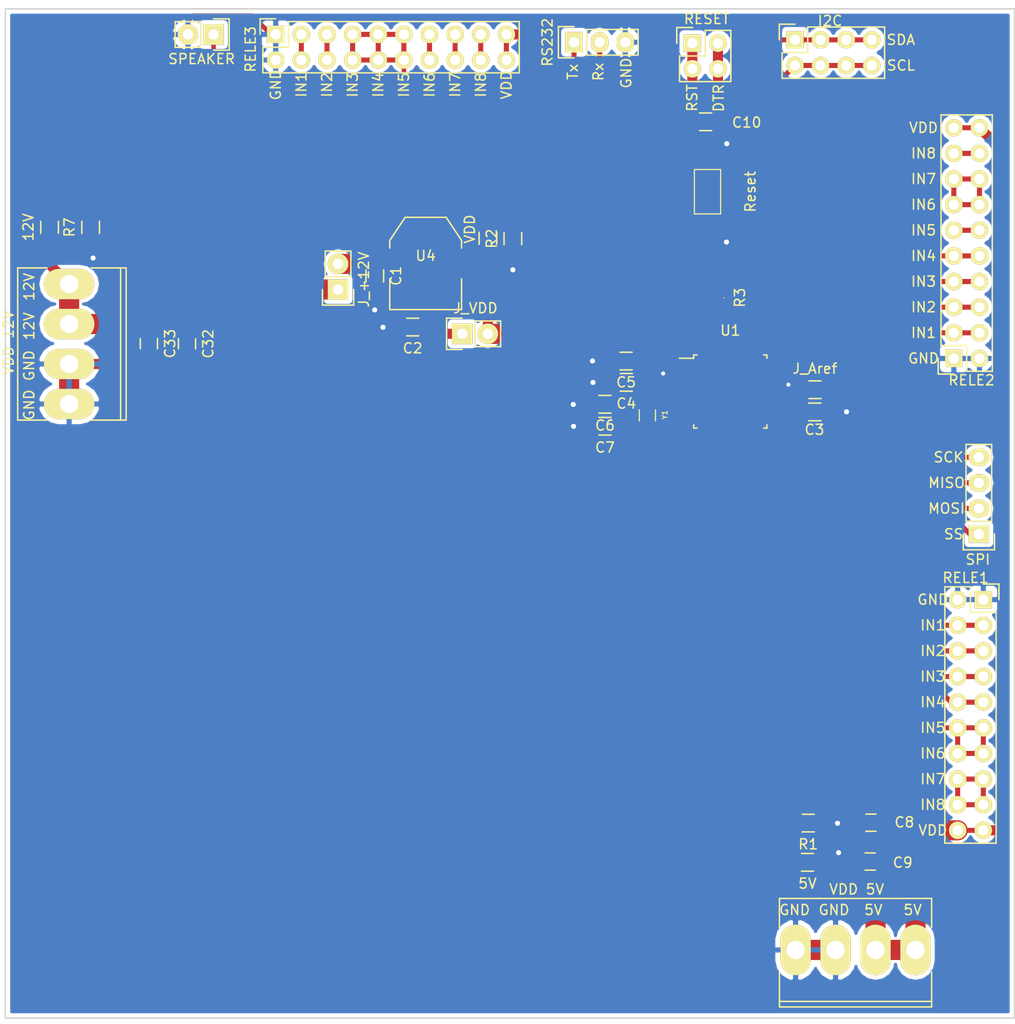
<source format=kicad_pcb>
(kicad_pcb (version 4) (host pcbnew 4.0.6)

  (general
    (links 131)
    (no_connects 6)
    (area 79.924999 21.924999 180.075001 122.075001)
    (thickness 1.6)
    (drawings 4)
    (tracks 282)
    (zones 0)
    (modules 36)
    (nets 42)
  )

  (page A4)
  (layers
    (0 F.Cu signal)
    (31 B.Cu signal)
    (32 B.Adhes user)
    (33 F.Adhes user)
    (34 B.Paste user)
    (35 F.Paste user)
    (36 B.SilkS user)
    (37 F.SilkS user)
    (38 B.Mask user)
    (39 F.Mask user)
    (40 Dwgs.User user)
    (41 Cmts.User user)
    (42 Eco1.User user)
    (43 Eco2.User user)
    (44 Edge.Cuts user)
    (45 Margin user)
    (46 B.CrtYd user)
    (47 F.CrtYd user)
    (48 B.Fab user)
    (49 F.Fab user)
  )

  (setup
    (last_trace_width 0.2)
    (user_trace_width 0.3)
    (user_trace_width 0.35)
    (user_trace_width 0.4)
    (user_trace_width 0.45)
    (user_trace_width 0.5)
    (user_trace_width 0.55)
    (user_trace_width 1)
    (user_trace_width 2)
    (trace_clearance 0.18)
    (zone_clearance 0.4)
    (zone_45_only no)
    (trace_min 0.1524)
    (segment_width 0.2)
    (edge_width 0.15)
    (via_size 0.6)
    (via_drill 0.4)
    (via_min_size 0.5)
    (via_min_drill 0.3)
    (user_via 0.7 0.5)
    (user_via 0.8 0.5)
    (user_via 1 0.8)
    (uvia_size 0.3)
    (uvia_drill 0.1)
    (uvias_allowed no)
    (uvia_min_size 0.2)
    (uvia_min_drill 0.1)
    (pcb_text_width 0.3)
    (pcb_text_size 1.5 1.5)
    (mod_edge_width 0.15)
    (mod_text_size 1 1)
    (mod_text_width 0.15)
    (pad_size 1.524 1.524)
    (pad_drill 0.762)
    (pad_to_mask_clearance 0.2)
    (aux_axis_origin 0 0)
    (visible_elements 7FFFFFFF)
    (pcbplotparams
      (layerselection 0x00030_80000001)
      (usegerberextensions false)
      (excludeedgelayer true)
      (linewidth 0.100000)
      (plotframeref false)
      (viasonmask false)
      (mode 1)
      (useauxorigin false)
      (hpglpennumber 1)
      (hpglpenspeed 20)
      (hpglpendiameter 15)
      (hpglpenoverlay 2)
      (psnegative false)
      (psa4output false)
      (plotreference true)
      (plotvalue true)
      (plotinvisibletext false)
      (padsonsilk false)
      (subtractmaskfromsilk false)
      (outputformat 4)
      (mirror false)
      (drillshape 2)
      (scaleselection 1)
      (outputdirectory ""))
  )

  (net 0 "")
  (net 1 /GND)
  (net 2 "Net-(D2-Pad1)")
  (net 3 /Rx)
  (net 4 /Tx)
  (net 5 /RESET)
  (net 6 /SDA)
  (net 7 /SCL)
  (net 8 /SS)
  (net 9 /MOSI)
  (net 10 /MISO)
  (net 11 /SCK)
  (net 12 /SD_LAPIZ_CORTE)
  (net 13 /SD_LAPIZ_COAG)
  (net 14 /MEDIR_Z_L_COMUN)
  (net 15 /ACTIVAR_CORTE)
  (net 16 /ACTIVAR_COAG)
  (net 17 /MEDIR_RETONO_1)
  (net 18 /MEDIR_RETONO_2)
  (net 19 /MEDIR_Z_P1)
  (net 20 /MEDIR_Z_P2)
  (net 21 /ACTIVAR_RETORNO)
  (net 22 /VDD)
  (net 23 /SD_LAPIZ_COM)
  (net 24 /+12V)
  (net 25 "Net-(D1-Pad1)")
  (net 26 "Net-(C1-Pad1)")
  (net 27 "Net-(C2-Pad1)")
  (net 28 /XTAL1)
  (net 29 /XTAL2)
  (net 30 "Net-(JP1-Pad2)")
  (net 31 /+5V)
  (net 32 "Net-(D3-Pad1)")
  (net 33 "Net-(RELE2-Pad6)")
  (net 34 "Net-(RELE2-Pad9)")
  (net 35 "Net-(RELE3-Pad2)")
  (net 36 "Net-(RELE3-Pad3)")
  (net 37 "Net-(RELE3-Pad7)")
  (net 38 "Net-(RELE3-Pad8)")
  (net 39 "Net-(RELE3-Pad9)")
  (net 40 /SPEAKER)
  (net 41 /DTR)

  (net_class Default "Esta es la clase de red por defecto."
    (clearance 0.18)
    (trace_width 0.2)
    (via_dia 0.6)
    (via_drill 0.4)
    (uvia_dia 0.3)
    (uvia_drill 0.1)
    (add_net /+12V)
    (add_net /+5V)
    (add_net /ACTIVAR_COAG)
    (add_net /ACTIVAR_CORTE)
    (add_net /ACTIVAR_RETORNO)
    (add_net /DTR)
    (add_net /GND)
    (add_net /MEDIR_RETONO_1)
    (add_net /MEDIR_RETONO_2)
    (add_net /MEDIR_Z_L_COMUN)
    (add_net /MEDIR_Z_P1)
    (add_net /MEDIR_Z_P2)
    (add_net /MISO)
    (add_net /MOSI)
    (add_net /RESET)
    (add_net /Rx)
    (add_net /SCK)
    (add_net /SCL)
    (add_net /SDA)
    (add_net /SD_LAPIZ_COAG)
    (add_net /SD_LAPIZ_COM)
    (add_net /SD_LAPIZ_CORTE)
    (add_net /SPEAKER)
    (add_net /SS)
    (add_net /Tx)
    (add_net /VDD)
    (add_net /XTAL1)
    (add_net /XTAL2)
    (add_net "Net-(C1-Pad1)")
    (add_net "Net-(C2-Pad1)")
    (add_net "Net-(D1-Pad1)")
    (add_net "Net-(D2-Pad1)")
    (add_net "Net-(D3-Pad1)")
    (add_net "Net-(JP1-Pad2)")
    (add_net "Net-(RELE2-Pad6)")
    (add_net "Net-(RELE2-Pad9)")
    (add_net "Net-(RELE3-Pad2)")
    (add_net "Net-(RELE3-Pad3)")
    (add_net "Net-(RELE3-Pad7)")
    (add_net "Net-(RELE3-Pad8)")
    (add_net "Net-(RELE3-Pad9)")
  )

  (module Capacitors_SMD:C_0805_HandSoldering (layer F.Cu) (tedit 541A9B8D) (tstamp 59D1B8A0)
    (at 98 55.19 270)
    (descr "Capacitor SMD 0805, hand soldering")
    (tags "capacitor 0805")
    (path /59CEEE03)
    (attr smd)
    (fp_text reference C32 (at 0 -2.1 270) (layer F.SilkS)
      (effects (font (size 1 1) (thickness 0.15)))
    )
    (fp_text value 0.1uF (at 0 2.1 270) (layer F.Fab)
      (effects (font (size 1 1) (thickness 0.15)))
    )
    (fp_line (start -2.3 -1) (end 2.3 -1) (layer F.CrtYd) (width 0.05))
    (fp_line (start -2.3 1) (end 2.3 1) (layer F.CrtYd) (width 0.05))
    (fp_line (start -2.3 -1) (end -2.3 1) (layer F.CrtYd) (width 0.05))
    (fp_line (start 2.3 -1) (end 2.3 1) (layer F.CrtYd) (width 0.05))
    (fp_line (start 0.5 -0.85) (end -0.5 -0.85) (layer F.SilkS) (width 0.15))
    (fp_line (start -0.5 0.85) (end 0.5 0.85) (layer F.SilkS) (width 0.15))
    (pad 1 smd rect (at -1.25 0 270) (size 1.5 1.25) (layers F.Cu F.Paste F.Mask)
      (net 24 /+12V))
    (pad 2 smd rect (at 1.25 0 270) (size 1.5 1.25) (layers F.Cu F.Paste F.Mask)
      (net 1 /GND))
    (model Capacitors_SMD.3dshapes/C_0805_HandSoldering.wrl
      (at (xyz 0 0 0))
      (scale (xyz 1 1 1))
      (rotate (xyz 0 0 0))
    )
  )

  (module Capacitors_SMD:C_0805_HandSoldering (layer F.Cu) (tedit 541A9B8D) (tstamp 59D1B8AC)
    (at 94.22 55.17 270)
    (descr "Capacitor SMD 0805, hand soldering")
    (tags "capacitor 0805")
    (path /59CEEE04)
    (attr smd)
    (fp_text reference C33 (at 0 -2.1 270) (layer F.SilkS)
      (effects (font (size 1 1) (thickness 0.15)))
    )
    (fp_text value 10uF (at 0 2.1 270) (layer F.Fab)
      (effects (font (size 1 1) (thickness 0.15)))
    )
    (fp_line (start -2.3 -1) (end 2.3 -1) (layer F.CrtYd) (width 0.05))
    (fp_line (start -2.3 1) (end 2.3 1) (layer F.CrtYd) (width 0.05))
    (fp_line (start -2.3 -1) (end -2.3 1) (layer F.CrtYd) (width 0.05))
    (fp_line (start 2.3 -1) (end 2.3 1) (layer F.CrtYd) (width 0.05))
    (fp_line (start 0.5 -0.85) (end -0.5 -0.85) (layer F.SilkS) (width 0.15))
    (fp_line (start -0.5 0.85) (end 0.5 0.85) (layer F.SilkS) (width 0.15))
    (pad 1 smd rect (at -1.25 0 270) (size 1.5 1.25) (layers F.Cu F.Paste F.Mask)
      (net 24 /+12V))
    (pad 2 smd rect (at 1.25 0 270) (size 1.5 1.25) (layers F.Cu F.Paste F.Mask)
      (net 1 /GND))
    (model Capacitors_SMD.3dshapes/C_0805_HandSoldering.wrl
      (at (xyz 0 0 0))
      (scale (xyz 1 1 1))
      (rotate (xyz 0 0 0))
    )
  )

  (module Resistors_SMD:R_0805_HandSoldering (layer F.Cu) (tedit 59D2857C) (tstamp 59D1B8B8)
    (at 84.38 43.64 270)
    (descr "Resistor SMD 0805, hand soldering")
    (tags "resistor 0805")
    (path /59CEEDFE)
    (attr smd)
    (fp_text reference D2 (at 0 -2.1 270) (layer F.Fab)
      (effects (font (size 1 1) (thickness 0.15)))
    )
    (fp_text value 12V (at 0 2.1 270) (layer F.SilkS)
      (effects (font (size 1 1) (thickness 0.15)))
    )
    (fp_line (start -2.4 -1) (end 2.4 -1) (layer F.CrtYd) (width 0.05))
    (fp_line (start -2.4 1) (end 2.4 1) (layer F.CrtYd) (width 0.05))
    (fp_line (start -2.4 -1) (end -2.4 1) (layer F.CrtYd) (width 0.05))
    (fp_line (start 2.4 -1) (end 2.4 1) (layer F.CrtYd) (width 0.05))
    (fp_line (start 0.6 0.875) (end -0.6 0.875) (layer F.SilkS) (width 0.15))
    (fp_line (start -0.6 -0.875) (end 0.6 -0.875) (layer F.SilkS) (width 0.15))
    (pad 1 smd rect (at -1.35 0 270) (size 1.5 1.3) (layers F.Cu F.Paste F.Mask)
      (net 2 "Net-(D2-Pad1)"))
    (pad 2 smd rect (at 1.35 0 270) (size 1.5 1.3) (layers F.Cu F.Paste F.Mask)
      (net 24 /+12V))
    (model Resistors_SMD.3dshapes/R_0805_HandSoldering.wrl
      (at (xyz 0 0 0))
      (scale (xyz 1 1 1))
      (rotate (xyz 0 0 0))
    )
  )

  (module Resistors_SMD:R_0805_HandSoldering (layer F.Cu) (tedit 54189DEE) (tstamp 59D1B90D)
    (at 88.45 43.65 90)
    (descr "Resistor SMD 0805, hand soldering")
    (tags "resistor 0805")
    (path /59CEEDFB)
    (attr smd)
    (fp_text reference R7 (at 0 -2.1 90) (layer F.SilkS)
      (effects (font (size 1 1) (thickness 0.15)))
    )
    (fp_text value 1K (at 0 2.1 90) (layer F.Fab)
      (effects (font (size 1 1) (thickness 0.15)))
    )
    (fp_line (start -2.4 -1) (end 2.4 -1) (layer F.CrtYd) (width 0.05))
    (fp_line (start -2.4 1) (end 2.4 1) (layer F.CrtYd) (width 0.05))
    (fp_line (start -2.4 -1) (end -2.4 1) (layer F.CrtYd) (width 0.05))
    (fp_line (start 2.4 -1) (end 2.4 1) (layer F.CrtYd) (width 0.05))
    (fp_line (start 0.6 0.875) (end -0.6 0.875) (layer F.SilkS) (width 0.15))
    (fp_line (start -0.6 -0.875) (end 0.6 -0.875) (layer F.SilkS) (width 0.15))
    (pad 1 smd rect (at -1.35 0 90) (size 1.5 1.3) (layers F.Cu F.Paste F.Mask)
      (net 1 /GND))
    (pad 2 smd rect (at 1.35 0 90) (size 1.5 1.3) (layers F.Cu F.Paste F.Mask)
      (net 2 "Net-(D2-Pad1)"))
    (model Resistors_SMD.3dshapes/R_0805_HandSoldering.wrl
      (at (xyz 0 0 0))
      (scale (xyz 1 1 1))
      (rotate (xyz 0 0 0))
    )
  )

  (module Housings_QFP:TQFP-32_7x7mm_Pitch0.8mm (layer F.Cu) (tedit 54130A77) (tstamp 59D1B9A6)
    (at 151.84 59.92)
    (descr "32-Lead Plastic Thin Quad Flatpack (PT) - 7x7x1.0 mm Body, 2.00 mm [TQFP] (see Microchip Packaging Specification 00000049BS.pdf)")
    (tags "QFP 0.8")
    (path /59D0DE2A)
    (attr smd)
    (fp_text reference U1 (at 0 -6.05) (layer F.SilkS)
      (effects (font (size 1 1) (thickness 0.15)))
    )
    (fp_text value ATMEGA328P-AU_MIO (at 0 6.05) (layer F.Fab)
      (effects (font (size 1 1) (thickness 0.15)))
    )
    (fp_line (start -5.3 -5.3) (end -5.3 5.3) (layer F.CrtYd) (width 0.05))
    (fp_line (start 5.3 -5.3) (end 5.3 5.3) (layer F.CrtYd) (width 0.05))
    (fp_line (start -5.3 -5.3) (end 5.3 -5.3) (layer F.CrtYd) (width 0.05))
    (fp_line (start -5.3 5.3) (end 5.3 5.3) (layer F.CrtYd) (width 0.05))
    (fp_line (start -3.625 -3.625) (end -3.625 -3.3) (layer F.SilkS) (width 0.15))
    (fp_line (start 3.625 -3.625) (end 3.625 -3.3) (layer F.SilkS) (width 0.15))
    (fp_line (start 3.625 3.625) (end 3.625 3.3) (layer F.SilkS) (width 0.15))
    (fp_line (start -3.625 3.625) (end -3.625 3.3) (layer F.SilkS) (width 0.15))
    (fp_line (start -3.625 -3.625) (end -3.3 -3.625) (layer F.SilkS) (width 0.15))
    (fp_line (start -3.625 3.625) (end -3.3 3.625) (layer F.SilkS) (width 0.15))
    (fp_line (start 3.625 3.625) (end 3.3 3.625) (layer F.SilkS) (width 0.15))
    (fp_line (start 3.625 -3.625) (end 3.3 -3.625) (layer F.SilkS) (width 0.15))
    (fp_line (start -3.625 -3.3) (end -5.05 -3.3) (layer F.SilkS) (width 0.15))
    (pad 1 smd rect (at -4.25 -2.8) (size 1.6 0.55) (layers F.Cu F.Paste F.Mask)
      (net 40 /SPEAKER))
    (pad 2 smd rect (at -4.25 -2) (size 1.6 0.55) (layers F.Cu F.Paste F.Mask)
      (net 16 /ACTIVAR_COAG))
    (pad 3 smd rect (at -4.25 -1.2) (size 1.6 0.55) (layers F.Cu F.Paste F.Mask)
      (net 1 /GND))
    (pad 4 smd rect (at -4.25 -0.4) (size 1.6 0.55) (layers F.Cu F.Paste F.Mask)
      (net 22 /VDD))
    (pad 5 smd rect (at -4.25 0.4) (size 1.6 0.55) (layers F.Cu F.Paste F.Mask)
      (net 1 /GND))
    (pad 6 smd rect (at -4.25 1.2) (size 1.6 0.55) (layers F.Cu F.Paste F.Mask)
      (net 22 /VDD))
    (pad 7 smd rect (at -4.25 2) (size 1.6 0.55) (layers F.Cu F.Paste F.Mask)
      (net 28 /XTAL1))
    (pad 8 smd rect (at -4.25 2.8) (size 1.6 0.55) (layers F.Cu F.Paste F.Mask)
      (net 29 /XTAL2))
    (pad 9 smd rect (at -2.8 4.25 90) (size 1.6 0.55) (layers F.Cu F.Paste F.Mask)
      (net 15 /ACTIVAR_CORTE))
    (pad 10 smd rect (at -2 4.25 90) (size 1.6 0.55) (layers F.Cu F.Paste F.Mask)
      (net 14 /MEDIR_Z_L_COMUN))
    (pad 11 smd rect (at -1.2 4.25 90) (size 1.6 0.55) (layers F.Cu F.Paste F.Mask)
      (net 13 /SD_LAPIZ_COAG))
    (pad 12 smd rect (at -0.4 4.25 90) (size 1.6 0.55) (layers F.Cu F.Paste F.Mask)
      (net 12 /SD_LAPIZ_CORTE))
    (pad 13 smd rect (at 0.4 4.25 90) (size 1.6 0.55) (layers F.Cu F.Paste F.Mask)
      (net 23 /SD_LAPIZ_COM))
    (pad 14 smd rect (at 1.2 4.25 90) (size 1.6 0.55) (layers F.Cu F.Paste F.Mask)
      (net 8 /SS))
    (pad 15 smd rect (at 2 4.25 90) (size 1.6 0.55) (layers F.Cu F.Paste F.Mask)
      (net 9 /MOSI))
    (pad 16 smd rect (at 2.8 4.25 90) (size 1.6 0.55) (layers F.Cu F.Paste F.Mask)
      (net 10 /MISO))
    (pad 17 smd rect (at 4.25 2.8) (size 1.6 0.55) (layers F.Cu F.Paste F.Mask)
      (net 11 /SCK))
    (pad 18 smd rect (at 4.25 2) (size 1.6 0.55) (layers F.Cu F.Paste F.Mask)
      (net 22 /VDD))
    (pad 19 smd rect (at 4.25 1.2) (size 1.6 0.55) (layers F.Cu F.Paste F.Mask))
    (pad 20 smd rect (at 4.25 0.4) (size 1.6 0.55) (layers F.Cu F.Paste F.Mask)
      (net 30 "Net-(JP1-Pad2)"))
    (pad 21 smd rect (at 4.25 -0.4) (size 1.6 0.55) (layers F.Cu F.Paste F.Mask)
      (net 1 /GND))
    (pad 22 smd rect (at 4.25 -1.2) (size 1.6 0.55) (layers F.Cu F.Paste F.Mask))
    (pad 23 smd rect (at 4.25 -2) (size 1.6 0.55) (layers F.Cu F.Paste F.Mask)
      (net 17 /MEDIR_RETONO_1))
    (pad 24 smd rect (at 4.25 -2.8) (size 1.6 0.55) (layers F.Cu F.Paste F.Mask)
      (net 18 /MEDIR_RETONO_2))
    (pad 25 smd rect (at 2.8 -4.25 90) (size 1.6 0.55) (layers F.Cu F.Paste F.Mask)
      (net 19 /MEDIR_Z_P1))
    (pad 26 smd rect (at 2 -4.25 90) (size 1.6 0.55) (layers F.Cu F.Paste F.Mask)
      (net 20 /MEDIR_Z_P2))
    (pad 27 smd rect (at 1.2 -4.25 90) (size 1.6 0.55) (layers F.Cu F.Paste F.Mask)
      (net 6 /SDA))
    (pad 28 smd rect (at 0.4 -4.25 90) (size 1.6 0.55) (layers F.Cu F.Paste F.Mask)
      (net 7 /SCL))
    (pad 29 smd rect (at -0.4 -4.25 90) (size 1.6 0.55) (layers F.Cu F.Paste F.Mask)
      (net 5 /RESET))
    (pad 30 smd rect (at -1.2 -4.25 90) (size 1.6 0.55) (layers F.Cu F.Paste F.Mask)
      (net 3 /Rx))
    (pad 31 smd rect (at -2 -4.25 90) (size 1.6 0.55) (layers F.Cu F.Paste F.Mask)
      (net 4 /Tx))
    (pad 32 smd rect (at -2.8 -4.25 90) (size 1.6 0.55) (layers F.Cu F.Paste F.Mask)
      (net 21 /ACTIVAR_RETORNO))
    (model Housings_QFP.3dshapes/TQFP-32_7x7mm_Pitch0.8mm.wrl
      (at (xyz 0 0 0))
      (scale (xyz 1 1 1))
      (rotate (xyz 0 0 0))
    )
  )

  (module TO_SOT_Packages_SMD:SOT-223 (layer F.Cu) (tedit 0) (tstamp 59D1B9B6)
    (at 121.65 47.23)
    (descr "module CMS SOT223 4 pins")
    (tags "CMS SOT")
    (path /59CFF6D9)
    (attr smd)
    (fp_text reference U4 (at 0 -0.762) (layer F.SilkS)
      (effects (font (size 1 1) (thickness 0.15)))
    )
    (fp_text value LD1117S33TR_MIO (at 0 0.762) (layer F.Fab)
      (effects (font (size 1 1) (thickness 0.15)))
    )
    (fp_line (start -3.556 1.524) (end -3.556 4.572) (layer F.SilkS) (width 0.15))
    (fp_line (start -3.556 4.572) (end 3.556 4.572) (layer F.SilkS) (width 0.15))
    (fp_line (start 3.556 4.572) (end 3.556 1.524) (layer F.SilkS) (width 0.15))
    (fp_line (start -3.556 -1.524) (end -3.556 -2.286) (layer F.SilkS) (width 0.15))
    (fp_line (start -3.556 -2.286) (end -2.032 -4.572) (layer F.SilkS) (width 0.15))
    (fp_line (start -2.032 -4.572) (end 2.032 -4.572) (layer F.SilkS) (width 0.15))
    (fp_line (start 2.032 -4.572) (end 3.556 -2.286) (layer F.SilkS) (width 0.15))
    (fp_line (start 3.556 -2.286) (end 3.556 -1.524) (layer F.SilkS) (width 0.15))
    (pad 4 smd rect (at 0 -3.302) (size 3.6576 2.032) (layers F.Cu F.Paste F.Mask))
    (pad 2 smd rect (at 0 3.302) (size 1.016 2.032) (layers F.Cu F.Paste F.Mask)
      (net 27 "Net-(C2-Pad1)"))
    (pad 3 smd rect (at 2.286 3.302) (size 1.016 2.032) (layers F.Cu F.Paste F.Mask)
      (net 26 "Net-(C1-Pad1)"))
    (pad 1 smd rect (at -2.286 3.302) (size 1.016 2.032) (layers F.Cu F.Paste F.Mask)
      (net 1 /GND))
    (model TO_SOT_Packages_SMD.3dshapes/SOT-223.wrl
      (at (xyz 0 0 0))
      (scale (xyz 0.4 0.4 0.4))
      (rotate (xyz 0 0 0))
    )
  )

  (module Resistors_SMD:R_0805_HandSoldering (layer F.Cu) (tedit 54189DEE) (tstamp 59D32FEE)
    (at 116.61 48.46 270)
    (descr "Resistor SMD 0805, hand soldering")
    (tags "resistor 0805")
    (path /59D2D7CE)
    (attr smd)
    (fp_text reference C1 (at 0 -2.1 270) (layer F.SilkS)
      (effects (font (size 1 1) (thickness 0.15)))
    )
    (fp_text value 0.1uF (at 0 2.1 270) (layer F.Fab)
      (effects (font (size 1 1) (thickness 0.15)))
    )
    (fp_line (start -2.4 -1) (end 2.4 -1) (layer F.CrtYd) (width 0.05))
    (fp_line (start -2.4 1) (end 2.4 1) (layer F.CrtYd) (width 0.05))
    (fp_line (start -2.4 -1) (end -2.4 1) (layer F.CrtYd) (width 0.05))
    (fp_line (start 2.4 -1) (end 2.4 1) (layer F.CrtYd) (width 0.05))
    (fp_line (start 0.6 0.875) (end -0.6 0.875) (layer F.SilkS) (width 0.15))
    (fp_line (start -0.6 -0.875) (end 0.6 -0.875) (layer F.SilkS) (width 0.15))
    (pad 1 smd rect (at -1.35 0 270) (size 1.5 1.3) (layers F.Cu F.Paste F.Mask)
      (net 26 "Net-(C1-Pad1)"))
    (pad 2 smd rect (at 1.35 0 270) (size 1.5 1.3) (layers F.Cu F.Paste F.Mask)
      (net 1 /GND))
    (model Resistors_SMD.3dshapes/R_0805_HandSoldering.wrl
      (at (xyz 0 0 0))
      (scale (xyz 1 1 1))
      (rotate (xyz 0 0 0))
    )
  )

  (module Resistors_SMD:R_0805_HandSoldering (layer F.Cu) (tedit 54189DEE) (tstamp 59D32FFA)
    (at 120.36 53.53 180)
    (descr "Resistor SMD 0805, hand soldering")
    (tags "resistor 0805")
    (path /59D2D83C)
    (attr smd)
    (fp_text reference C2 (at 0 -2.1 180) (layer F.SilkS)
      (effects (font (size 1 1) (thickness 0.15)))
    )
    (fp_text value 10uF (at 0 2.1 180) (layer F.Fab)
      (effects (font (size 1 1) (thickness 0.15)))
    )
    (fp_line (start -2.4 -1) (end 2.4 -1) (layer F.CrtYd) (width 0.05))
    (fp_line (start -2.4 1) (end 2.4 1) (layer F.CrtYd) (width 0.05))
    (fp_line (start -2.4 -1) (end -2.4 1) (layer F.CrtYd) (width 0.05))
    (fp_line (start 2.4 -1) (end 2.4 1) (layer F.CrtYd) (width 0.05))
    (fp_line (start 0.6 0.875) (end -0.6 0.875) (layer F.SilkS) (width 0.15))
    (fp_line (start -0.6 -0.875) (end 0.6 -0.875) (layer F.SilkS) (width 0.15))
    (pad 1 smd rect (at -1.35 0 180) (size 1.5 1.3) (layers F.Cu F.Paste F.Mask)
      (net 27 "Net-(C2-Pad1)"))
    (pad 2 smd rect (at 1.35 0 180) (size 1.5 1.3) (layers F.Cu F.Paste F.Mask)
      (net 1 /GND))
    (model Resistors_SMD.3dshapes/R_0805_HandSoldering.wrl
      (at (xyz 0 0 0))
      (scale (xyz 1 1 1))
      (rotate (xyz 0 0 0))
    )
  )

  (module Resistors_SMD:R_0805_HandSoldering (layer F.Cu) (tedit 59D28587) (tstamp 59D33006)
    (at 159.49 106.57)
    (descr "Resistor SMD 0805, hand soldering")
    (tags "resistor 0805")
    (path /59D2F7A9)
    (attr smd)
    (fp_text reference D1 (at 0 -2.1) (layer F.Fab)
      (effects (font (size 1 1) (thickness 0.15)))
    )
    (fp_text value 5V (at 0 2.1) (layer F.SilkS)
      (effects (font (size 1 1) (thickness 0.15)))
    )
    (fp_line (start -2.4 -1) (end 2.4 -1) (layer F.CrtYd) (width 0.05))
    (fp_line (start -2.4 1) (end 2.4 1) (layer F.CrtYd) (width 0.05))
    (fp_line (start -2.4 -1) (end -2.4 1) (layer F.CrtYd) (width 0.05))
    (fp_line (start 2.4 -1) (end 2.4 1) (layer F.CrtYd) (width 0.05))
    (fp_line (start 0.6 0.875) (end -0.6 0.875) (layer F.SilkS) (width 0.15))
    (fp_line (start -0.6 -0.875) (end 0.6 -0.875) (layer F.SilkS) (width 0.15))
    (pad 1 smd rect (at -1.35 0) (size 1.5 1.3) (layers F.Cu F.Paste F.Mask)
      (net 25 "Net-(D1-Pad1)"))
    (pad 2 smd rect (at 1.35 0) (size 1.5 1.3) (layers F.Cu F.Paste F.Mask)
      (net 31 /+5V))
    (model Resistors_SMD.3dshapes/R_0805_HandSoldering.wrl
      (at (xyz 0 0 0))
      (scale (xyz 1 1 1))
      (rotate (xyz 0 0 0))
    )
  )

  (module Resistors_SMD:R_0805_HandSoldering (layer F.Cu) (tedit 54189DEE) (tstamp 59D33012)
    (at 159.56 102.68 180)
    (descr "Resistor SMD 0805, hand soldering")
    (tags "resistor 0805")
    (path /59D2F7A2)
    (attr smd)
    (fp_text reference R1 (at 0 -2.1 180) (layer F.SilkS)
      (effects (font (size 1 1) (thickness 0.15)))
    )
    (fp_text value 1K (at 0 2.1 180) (layer F.Fab)
      (effects (font (size 1 1) (thickness 0.15)))
    )
    (fp_line (start -2.4 -1) (end 2.4 -1) (layer F.CrtYd) (width 0.05))
    (fp_line (start -2.4 1) (end 2.4 1) (layer F.CrtYd) (width 0.05))
    (fp_line (start -2.4 -1) (end -2.4 1) (layer F.CrtYd) (width 0.05))
    (fp_line (start 2.4 -1) (end 2.4 1) (layer F.CrtYd) (width 0.05))
    (fp_line (start 0.6 0.875) (end -0.6 0.875) (layer F.SilkS) (width 0.15))
    (fp_line (start -0.6 -0.875) (end 0.6 -0.875) (layer F.SilkS) (width 0.15))
    (pad 1 smd rect (at -1.35 0 180) (size 1.5 1.3) (layers F.Cu F.Paste F.Mask)
      (net 1 /GND))
    (pad 2 smd rect (at 1.35 0 180) (size 1.5 1.3) (layers F.Cu F.Paste F.Mask)
      (net 25 "Net-(D1-Pad1)"))
    (model Resistors_SMD.3dshapes/R_0805_HandSoldering.wrl
      (at (xyz 0 0 0))
      (scale (xyz 1 1 1))
      (rotate (xyz 0 0 0))
    )
  )

  (module Resistors_SMD:R_0805_HandSoldering (layer F.Cu) (tedit 59D294CA) (tstamp 59D330B1)
    (at 160.21 61.94)
    (descr "Resistor SMD 0805, hand soldering")
    (tags "resistor 0805")
    (path /59D3F192)
    (attr smd)
    (fp_text reference C3 (at -0.03 1.76) (layer F.SilkS)
      (effects (font (size 1 1) (thickness 0.15)))
    )
    (fp_text value 0.1uF (at 0 2.1) (layer F.Fab)
      (effects (font (size 1 1) (thickness 0.15)))
    )
    (fp_line (start -2.4 -1) (end 2.4 -1) (layer F.CrtYd) (width 0.05))
    (fp_line (start -2.4 1) (end 2.4 1) (layer F.CrtYd) (width 0.05))
    (fp_line (start -2.4 -1) (end -2.4 1) (layer F.CrtYd) (width 0.05))
    (fp_line (start 2.4 -1) (end 2.4 1) (layer F.CrtYd) (width 0.05))
    (fp_line (start 0.6 0.875) (end -0.6 0.875) (layer F.SilkS) (width 0.15))
    (fp_line (start -0.6 -0.875) (end 0.6 -0.875) (layer F.SilkS) (width 0.15))
    (pad 1 smd rect (at -1.35 0) (size 1.5 1.3) (layers F.Cu F.Paste F.Mask)
      (net 22 /VDD))
    (pad 2 smd rect (at 1.35 0) (size 1.5 1.3) (layers F.Cu F.Paste F.Mask)
      (net 1 /GND))
    (model Resistors_SMD.3dshapes/R_0805_HandSoldering.wrl
      (at (xyz 0 0 0))
      (scale (xyz 1 1 1))
      (rotate (xyz 0 0 0))
    )
  )

  (module Resistors_SMD:R_0805_HandSoldering (layer F.Cu) (tedit 54189DEE) (tstamp 59D330BD)
    (at 141.53 59.01 180)
    (descr "Resistor SMD 0805, hand soldering")
    (tags "resistor 0805")
    (path /59D3E4A3)
    (attr smd)
    (fp_text reference C4 (at 0 -2.1 180) (layer F.SilkS)
      (effects (font (size 1 1) (thickness 0.15)))
    )
    (fp_text value 0.1uF (at 0 2.1 180) (layer F.Fab)
      (effects (font (size 1 1) (thickness 0.15)))
    )
    (fp_line (start -2.4 -1) (end 2.4 -1) (layer F.CrtYd) (width 0.05))
    (fp_line (start -2.4 1) (end 2.4 1) (layer F.CrtYd) (width 0.05))
    (fp_line (start -2.4 -1) (end -2.4 1) (layer F.CrtYd) (width 0.05))
    (fp_line (start 2.4 -1) (end 2.4 1) (layer F.CrtYd) (width 0.05))
    (fp_line (start 0.6 0.875) (end -0.6 0.875) (layer F.SilkS) (width 0.15))
    (fp_line (start -0.6 -0.875) (end 0.6 -0.875) (layer F.SilkS) (width 0.15))
    (pad 1 smd rect (at -1.35 0 180) (size 1.5 1.3) (layers F.Cu F.Paste F.Mask)
      (net 22 /VDD))
    (pad 2 smd rect (at 1.35 0 180) (size 1.5 1.3) (layers F.Cu F.Paste F.Mask)
      (net 1 /GND))
    (model Resistors_SMD.3dshapes/R_0805_HandSoldering.wrl
      (at (xyz 0 0 0))
      (scale (xyz 1 1 1))
      (rotate (xyz 0 0 0))
    )
  )

  (module Resistors_SMD:R_0805_HandSoldering (layer F.Cu) (tedit 54189DEE) (tstamp 59D330C9)
    (at 141.51 56.9 180)
    (descr "Resistor SMD 0805, hand soldering")
    (tags "resistor 0805")
    (path /59D3F144)
    (attr smd)
    (fp_text reference C5 (at 0 -2.1 180) (layer F.SilkS)
      (effects (font (size 1 1) (thickness 0.15)))
    )
    (fp_text value 0.1uF (at 0 2.1 180) (layer F.Fab)
      (effects (font (size 1 1) (thickness 0.15)))
    )
    (fp_line (start -2.4 -1) (end 2.4 -1) (layer F.CrtYd) (width 0.05))
    (fp_line (start -2.4 1) (end 2.4 1) (layer F.CrtYd) (width 0.05))
    (fp_line (start -2.4 -1) (end -2.4 1) (layer F.CrtYd) (width 0.05))
    (fp_line (start 2.4 -1) (end 2.4 1) (layer F.CrtYd) (width 0.05))
    (fp_line (start 0.6 0.875) (end -0.6 0.875) (layer F.SilkS) (width 0.15))
    (fp_line (start -0.6 -0.875) (end 0.6 -0.875) (layer F.SilkS) (width 0.15))
    (pad 1 smd rect (at -1.35 0 180) (size 1.5 1.3) (layers F.Cu F.Paste F.Mask)
      (net 22 /VDD))
    (pad 2 smd rect (at 1.35 0 180) (size 1.5 1.3) (layers F.Cu F.Paste F.Mask)
      (net 1 /GND))
    (model Resistors_SMD.3dshapes/R_0805_HandSoldering.wrl
      (at (xyz 0 0 0))
      (scale (xyz 1 1 1))
      (rotate (xyz 0 0 0))
    )
  )

  (module Socket_Strips:Socket_Strip_Straight_1x02 (layer F.Cu) (tedit 59D28386) (tstamp 59D3E70E)
    (at 112.97 49.81 90)
    (descr "Through hole socket strip")
    (tags "socket strip")
    (path /59D43D96)
    (fp_text reference JP2 (at 1.08 -2.48 90) (layer F.Fab)
      (effects (font (size 1 1) (thickness 0.15)))
    )
    (fp_text value J_+12V (at 0.99 2.55 90) (layer F.SilkS)
      (effects (font (size 1 1) (thickness 0.15)))
    )
    (fp_line (start -1.55 1.55) (end 0 1.55) (layer F.SilkS) (width 0.15))
    (fp_line (start 3.81 1.27) (end 1.27 1.27) (layer F.SilkS) (width 0.15))
    (fp_line (start -1.75 -1.75) (end -1.75 1.75) (layer F.CrtYd) (width 0.05))
    (fp_line (start 4.3 -1.75) (end 4.3 1.75) (layer F.CrtYd) (width 0.05))
    (fp_line (start -1.75 -1.75) (end 4.3 -1.75) (layer F.CrtYd) (width 0.05))
    (fp_line (start -1.75 1.75) (end 4.3 1.75) (layer F.CrtYd) (width 0.05))
    (fp_line (start 1.27 1.27) (end 1.27 -1.27) (layer F.SilkS) (width 0.15))
    (fp_line (start 0 -1.55) (end -1.55 -1.55) (layer F.SilkS) (width 0.15))
    (fp_line (start -1.55 -1.55) (end -1.55 1.55) (layer F.SilkS) (width 0.15))
    (fp_line (start 1.27 -1.27) (end 3.81 -1.27) (layer F.SilkS) (width 0.15))
    (fp_line (start 3.81 -1.27) (end 3.81 1.27) (layer F.SilkS) (width 0.15))
    (pad 1 thru_hole rect (at 0 0 90) (size 2.032 2.032) (drill 1.016) (layers *.Cu *.Mask F.SilkS)
      (net 24 /+12V))
    (pad 2 thru_hole oval (at 2.54 0 90) (size 2.032 2.032) (drill 1.016) (layers *.Cu *.Mask F.SilkS)
      (net 26 "Net-(C1-Pad1)"))
    (model Socket_Strips.3dshapes/Socket_Strip_Straight_1x02.wrl
      (at (xyz 0.05 0 0))
      (scale (xyz 1 1 1))
      (rotate (xyz 0 0 180))
    )
  )

  (module Socket_Strips:Socket_Strip_Straight_1x02 (layer F.Cu) (tedit 59D28372) (tstamp 59D3E71F)
    (at 125.27 54.2)
    (descr "Through hole socket strip")
    (tags "socket strip")
    (path /59D4382E)
    (fp_text reference JP3 (at 1.65 2.74) (layer F.Fab)
      (effects (font (size 1 1) (thickness 0.15)))
    )
    (fp_text value J_VDD (at 1.32 -2.54) (layer F.SilkS)
      (effects (font (size 1 1) (thickness 0.15)))
    )
    (fp_line (start -1.55 1.55) (end 0 1.55) (layer F.SilkS) (width 0.15))
    (fp_line (start 3.81 1.27) (end 1.27 1.27) (layer F.SilkS) (width 0.15))
    (fp_line (start -1.75 -1.75) (end -1.75 1.75) (layer F.CrtYd) (width 0.05))
    (fp_line (start 4.3 -1.75) (end 4.3 1.75) (layer F.CrtYd) (width 0.05))
    (fp_line (start -1.75 -1.75) (end 4.3 -1.75) (layer F.CrtYd) (width 0.05))
    (fp_line (start -1.75 1.75) (end 4.3 1.75) (layer F.CrtYd) (width 0.05))
    (fp_line (start 1.27 1.27) (end 1.27 -1.27) (layer F.SilkS) (width 0.15))
    (fp_line (start 0 -1.55) (end -1.55 -1.55) (layer F.SilkS) (width 0.15))
    (fp_line (start -1.55 -1.55) (end -1.55 1.55) (layer F.SilkS) (width 0.15))
    (fp_line (start 1.27 -1.27) (end 3.81 -1.27) (layer F.SilkS) (width 0.15))
    (fp_line (start 3.81 -1.27) (end 3.81 1.27) (layer F.SilkS) (width 0.15))
    (pad 1 thru_hole rect (at 0 0) (size 2.032 2.032) (drill 1.016) (layers *.Cu *.Mask F.SilkS)
      (net 27 "Net-(C2-Pad1)"))
    (pad 2 thru_hole oval (at 2.54 0) (size 2.032 2.032) (drill 1.016) (layers *.Cu *.Mask F.SilkS)
      (net 22 /VDD))
    (model Socket_Strips.3dshapes/Socket_Strip_Straight_1x02.wrl
      (at (xyz 0.05 0 0))
      (scale (xyz 1 1 1))
      (rotate (xyz 0 0 180))
    )
  )

  (module Resistors_SMD:R_0805_HandSoldering (layer F.Cu) (tedit 54189DEE) (tstamp 59D3E83F)
    (at 139.42 61.18 180)
    (descr "Resistor SMD 0805, hand soldering")
    (tags "resistor 0805")
    (path /59D495F3)
    (attr smd)
    (fp_text reference C6 (at 0 -2.1 180) (layer F.SilkS)
      (effects (font (size 1 1) (thickness 0.15)))
    )
    (fp_text value 8pF (at 0 2.1 180) (layer F.Fab)
      (effects (font (size 1 1) (thickness 0.15)))
    )
    (fp_line (start -2.4 -1) (end 2.4 -1) (layer F.CrtYd) (width 0.05))
    (fp_line (start -2.4 1) (end 2.4 1) (layer F.CrtYd) (width 0.05))
    (fp_line (start -2.4 -1) (end -2.4 1) (layer F.CrtYd) (width 0.05))
    (fp_line (start 2.4 -1) (end 2.4 1) (layer F.CrtYd) (width 0.05))
    (fp_line (start 0.6 0.875) (end -0.6 0.875) (layer F.SilkS) (width 0.15))
    (fp_line (start -0.6 -0.875) (end 0.6 -0.875) (layer F.SilkS) (width 0.15))
    (pad 1 smd rect (at -1.35 0 180) (size 1.5 1.3) (layers F.Cu F.Paste F.Mask)
      (net 28 /XTAL1))
    (pad 2 smd rect (at 1.35 0 180) (size 1.5 1.3) (layers F.Cu F.Paste F.Mask)
      (net 1 /GND))
    (model Resistors_SMD.3dshapes/R_0805_HandSoldering.wrl
      (at (xyz 0 0 0))
      (scale (xyz 1 1 1))
      (rotate (xyz 0 0 0))
    )
  )

  (module Resistors_SMD:R_0805_HandSoldering (layer F.Cu) (tedit 54189DEE) (tstamp 59D3E84B)
    (at 139.42 63.36 180)
    (descr "Resistor SMD 0805, hand soldering")
    (tags "resistor 0805")
    (path /59D496CA)
    (attr smd)
    (fp_text reference C7 (at 0 -2.1 180) (layer F.SilkS)
      (effects (font (size 1 1) (thickness 0.15)))
    )
    (fp_text value 8pF (at 0 2.1 180) (layer F.Fab)
      (effects (font (size 1 1) (thickness 0.15)))
    )
    (fp_line (start -2.4 -1) (end 2.4 -1) (layer F.CrtYd) (width 0.05))
    (fp_line (start -2.4 1) (end 2.4 1) (layer F.CrtYd) (width 0.05))
    (fp_line (start -2.4 -1) (end -2.4 1) (layer F.CrtYd) (width 0.05))
    (fp_line (start 2.4 -1) (end 2.4 1) (layer F.CrtYd) (width 0.05))
    (fp_line (start 0.6 0.875) (end -0.6 0.875) (layer F.SilkS) (width 0.15))
    (fp_line (start -0.6 -0.875) (end 0.6 -0.875) (layer F.SilkS) (width 0.15))
    (pad 1 smd rect (at -1.35 0 180) (size 1.5 1.3) (layers F.Cu F.Paste F.Mask)
      (net 29 /XTAL2))
    (pad 2 smd rect (at 1.35 0 180) (size 1.5 1.3) (layers F.Cu F.Paste F.Mask)
      (net 1 /GND))
    (model Resistors_SMD.3dshapes/R_0805_HandSoldering.wrl
      (at (xyz 0 0 0))
      (scale (xyz 1 1 1))
      (rotate (xyz 0 0 0))
    )
  )

  (module Resistors_SMD:R_0805_HandSoldering (layer F.Cu) (tedit 59D29684) (tstamp 59D1F27E)
    (at 127.82 44.73 270)
    (descr "Resistor SMD 0805, hand soldering")
    (tags "resistor 0805")
    (path /59D27E72)
    (attr smd)
    (fp_text reference D3 (at 0 -2.1 270) (layer F.Fab)
      (effects (font (size 1 1) (thickness 0.15)))
    )
    (fp_text value VDD (at -0.91 1.8 270) (layer F.SilkS)
      (effects (font (size 1 1) (thickness 0.15)))
    )
    (fp_line (start -2.4 -1) (end 2.4 -1) (layer F.CrtYd) (width 0.05))
    (fp_line (start -2.4 1) (end 2.4 1) (layer F.CrtYd) (width 0.05))
    (fp_line (start -2.4 -1) (end -2.4 1) (layer F.CrtYd) (width 0.05))
    (fp_line (start 2.4 -1) (end 2.4 1) (layer F.CrtYd) (width 0.05))
    (fp_line (start 0.6 0.875) (end -0.6 0.875) (layer F.SilkS) (width 0.15))
    (fp_line (start -0.6 -0.875) (end 0.6 -0.875) (layer F.SilkS) (width 0.15))
    (pad 1 smd rect (at -1.35 0 270) (size 1.5 1.3) (layers F.Cu F.Paste F.Mask)
      (net 32 "Net-(D3-Pad1)"))
    (pad 2 smd rect (at 1.35 0 270) (size 1.5 1.3) (layers F.Cu F.Paste F.Mask)
      (net 22 /VDD))
    (model Resistors_SMD.3dshapes/R_0805_HandSoldering.wrl
      (at (xyz 0 0 0))
      (scale (xyz 1 1 1))
      (rotate (xyz 0 0 0))
    )
  )

  (module Resistors_SMD:R_0805_HandSoldering (layer F.Cu) (tedit 54189DEE) (tstamp 59D1F29D)
    (at 130.29 44.77 90)
    (descr "Resistor SMD 0805, hand soldering")
    (tags "resistor 0805")
    (path /59D27E6B)
    (attr smd)
    (fp_text reference R2 (at 0 -2.1 90) (layer F.SilkS)
      (effects (font (size 1 1) (thickness 0.15)))
    )
    (fp_text value 1K (at 0 2.1 90) (layer F.Fab)
      (effects (font (size 1 1) (thickness 0.15)))
    )
    (fp_line (start -2.4 -1) (end 2.4 -1) (layer F.CrtYd) (width 0.05))
    (fp_line (start -2.4 1) (end 2.4 1) (layer F.CrtYd) (width 0.05))
    (fp_line (start -2.4 -1) (end -2.4 1) (layer F.CrtYd) (width 0.05))
    (fp_line (start 2.4 -1) (end 2.4 1) (layer F.CrtYd) (width 0.05))
    (fp_line (start 0.6 0.875) (end -0.6 0.875) (layer F.SilkS) (width 0.15))
    (fp_line (start -0.6 -0.875) (end 0.6 -0.875) (layer F.SilkS) (width 0.15))
    (pad 1 smd rect (at -1.35 0 90) (size 1.5 1.3) (layers F.Cu F.Paste F.Mask)
      (net 1 /GND))
    (pad 2 smd rect (at 1.35 0 90) (size 1.5 1.3) (layers F.Cu F.Paste F.Mask)
      (net 32 "Net-(D3-Pad1)"))
    (model Resistors_SMD.3dshapes/R_0805_HandSoldering.wrl
      (at (xyz 0 0 0))
      (scale (xyz 1 1 1))
      (rotate (xyz 0 0 0))
    )
  )

  (module Foot_Prints_Manager_Outputs:Socket_Strip_Straight_2x10_Mio (layer F.Cu) (tedit 59D2017E) (tstamp 59D3AB5C)
    (at 173.99 56.64 90)
    (descr "Through hole socket strip")
    (tags "socket strip")
    (path /59D23DE2)
    (fp_text reference RELE2 (at -2.159 1.7526 180) (layer F.SilkS)
      (effects (font (size 1 1) (thickness 0.15)))
    )
    (fp_text value RELE_ARRAY_8 (at 10.89152 4.80568 90) (layer F.Fab) hide
      (effects (font (size 1 1) (thickness 0.15)))
    )
    (fp_text user IN1 (at 2.54 -3 180) (layer F.SilkS)
      (effects (font (size 1 1) (thickness 0.15)))
    )
    (fp_text user GND (at 0 -3 180) (layer F.SilkS)
      (effects (font (size 1 1) (thickness 0.15)))
    )
    (fp_line (start -1.75 -1.75) (end -1.75 4.3) (layer F.CrtYd) (width 0.05))
    (fp_line (start 24.65 -1.75) (end 24.65 4.3) (layer F.CrtYd) (width 0.05))
    (fp_line (start -1.75 -1.75) (end 24.65 -1.75) (layer F.CrtYd) (width 0.05))
    (fp_line (start -1.75 4.3) (end 24.65 4.3) (layer F.CrtYd) (width 0.05))
    (fp_line (start 24.13 3.81) (end -1.27 3.81) (layer F.SilkS) (width 0.15))
    (fp_line (start 1.27 -1.27) (end 24.13 -1.27) (layer F.SilkS) (width 0.15))
    (fp_line (start 24.13 3.81) (end 24.13 -1.27) (layer F.SilkS) (width 0.15))
    (fp_line (start -1.27 3.81) (end -1.27 1.27) (layer F.SilkS) (width 0.15))
    (fp_line (start 0 -1.55) (end -1.55 -1.55) (layer F.SilkS) (width 0.15))
    (fp_line (start -1.27 1.27) (end 1.27 1.27) (layer F.SilkS) (width 0.15))
    (fp_line (start 1.27 1.27) (end 1.27 -1.27) (layer F.SilkS) (width 0.15))
    (fp_line (start -1.55 -1.55) (end -1.55 0) (layer F.SilkS) (width 0.15))
    (fp_text user IN2 (at 5.08 -3 180) (layer F.SilkS)
      (effects (font (size 1 1) (thickness 0.15)))
    )
    (fp_text user IN3 (at 7.62 -3 180) (layer F.SilkS)
      (effects (font (size 1 1) (thickness 0.15)))
    )
    (fp_text user IN4 (at 10.16 -3 180) (layer F.SilkS)
      (effects (font (size 1 1) (thickness 0.15)))
    )
    (fp_text user IN5 (at 12.7 -3 180) (layer F.SilkS)
      (effects (font (size 1 1) (thickness 0.15)))
    )
    (fp_text user IN6 (at 15.24 -3 180) (layer F.SilkS)
      (effects (font (size 1 1) (thickness 0.15)))
    )
    (fp_text user IN7 (at 17.78 -3 180) (layer F.SilkS)
      (effects (font (size 1 1) (thickness 0.15)))
    )
    (fp_text user IN8 (at 20.32 -3 180) (layer F.SilkS)
      (effects (font (size 1 1) (thickness 0.15)))
    )
    (fp_text user VDD (at 22.86 -3 180) (layer F.SilkS)
      (effects (font (size 1 1) (thickness 0.15)))
    )
    (pad 1 thru_hole rect (at 0 0 90) (size 1.7272 1.7272) (drill 1.016) (layers *.Cu *.Mask F.SilkS)
      (net 1 /GND))
    (pad 1 thru_hole oval (at 0 2.54 90) (size 1.7272 1.7272) (drill 1.016) (layers *.Cu *.Mask F.SilkS)
      (net 1 /GND))
    (pad 2 thru_hole oval (at 2.54 0 90) (size 1.7272 1.7272) (drill 1.016) (layers *.Cu *.Mask F.SilkS)
      (net 17 /MEDIR_RETONO_1))
    (pad 2 thru_hole oval (at 2.54 2.54 90) (size 1.7272 1.7272) (drill 1.016) (layers *.Cu *.Mask F.SilkS)
      (net 17 /MEDIR_RETONO_1))
    (pad 3 thru_hole oval (at 5.08 0 90) (size 1.7272 1.7272) (drill 1.016) (layers *.Cu *.Mask F.SilkS)
      (net 18 /MEDIR_RETONO_2))
    (pad 3 thru_hole oval (at 5.08 2.54 90) (size 1.7272 1.7272) (drill 1.016) (layers *.Cu *.Mask F.SilkS)
      (net 18 /MEDIR_RETONO_2))
    (pad 4 thru_hole oval (at 7.62 0 90) (size 1.7272 1.7272) (drill 1.016) (layers *.Cu *.Mask F.SilkS)
      (net 19 /MEDIR_Z_P1))
    (pad 4 thru_hole oval (at 7.62 2.54 90) (size 1.7272 1.7272) (drill 1.016) (layers *.Cu *.Mask F.SilkS)
      (net 19 /MEDIR_Z_P1))
    (pad 5 thru_hole oval (at 10.16 0 90) (size 1.7272 1.7272) (drill 1.016) (layers *.Cu *.Mask F.SilkS)
      (net 20 /MEDIR_Z_P2))
    (pad 5 thru_hole oval (at 10.16 2.54 90) (size 1.7272 1.7272) (drill 1.016) (layers *.Cu *.Mask F.SilkS)
      (net 20 /MEDIR_Z_P2))
    (pad 6 thru_hole oval (at 12.7 0 90) (size 1.7272 1.7272) (drill 1.016) (layers *.Cu *.Mask F.SilkS)
      (net 33 "Net-(RELE2-Pad6)"))
    (pad 6 thru_hole oval (at 12.7 2.54 90) (size 1.7272 1.7272) (drill 1.016) (layers *.Cu *.Mask F.SilkS)
      (net 33 "Net-(RELE2-Pad6)"))
    (pad 7 thru_hole oval (at 15.24 0 90) (size 1.7272 1.7272) (drill 1.016) (layers *.Cu *.Mask F.SilkS)
      (net 21 /ACTIVAR_RETORNO))
    (pad 7 thru_hole oval (at 15.24 2.54 90) (size 1.7272 1.7272) (drill 1.016) (layers *.Cu *.Mask F.SilkS)
      (net 21 /ACTIVAR_RETORNO))
    (pad 8 thru_hole oval (at 17.78 0 90) (size 1.7272 1.7272) (drill 1.016) (layers *.Cu *.Mask F.SilkS)
      (net 21 /ACTIVAR_RETORNO))
    (pad 8 thru_hole oval (at 17.78 2.54 90) (size 1.7272 1.7272) (drill 1.016) (layers *.Cu *.Mask F.SilkS)
      (net 21 /ACTIVAR_RETORNO))
    (pad 9 thru_hole oval (at 20.32 0 90) (size 1.7272 1.7272) (drill 1.016) (layers *.Cu *.Mask F.SilkS)
      (net 34 "Net-(RELE2-Pad9)"))
    (pad 9 thru_hole oval (at 20.32 2.54 90) (size 1.7272 1.7272) (drill 1.016) (layers *.Cu *.Mask F.SilkS)
      (net 34 "Net-(RELE2-Pad9)"))
    (pad 10 thru_hole oval (at 22.86 0 90) (size 1.7272 1.7272) (drill 1.016) (layers *.Cu *.Mask F.SilkS)
      (net 31 /+5V))
    (pad 10 thru_hole oval (at 22.86 2.54 90) (size 1.7272 1.7272) (drill 1.016) (layers *.Cu *.Mask F.SilkS)
      (net 31 /+5V))
    (model Socket_Strips.3dshapes/Socket_Strip_Straight_2x10.wrl
      (at (xyz 0.45 -0.05 0))
      (scale (xyz 1 1 1))
      (rotate (xyz 0 0 180))
    )
  )

  (module Foot_Prints_Manager_Outputs:Socket_Strip_Straight_2x10_Mio_2 (layer F.Cu) (tedit 59D2036A) (tstamp 59D417A9)
    (at 176.91 80.54 270)
    (descr "Through hole socket strip")
    (tags "socket strip")
    (path /59D228B9)
    (fp_text reference RELE1 (at -2.159 1.7526 360) (layer F.SilkS)
      (effects (font (size 1 1) (thickness 0.15)))
    )
    (fp_text value RELE_ARRAY_8 (at 11.7094 -2.79908 270) (layer F.Fab) hide
      (effects (font (size 1 1) (thickness 0.15)))
    )
    (fp_text user IN1 (at 2.54 5 360) (layer F.SilkS)
      (effects (font (size 1 1) (thickness 0.15)))
    )
    (fp_text user GND (at 0 5 360) (layer F.SilkS)
      (effects (font (size 1 1) (thickness 0.15)))
    )
    (fp_line (start -1.75 -1.75) (end -1.75 4.3) (layer F.CrtYd) (width 0.05))
    (fp_line (start 24.65 -1.75) (end 24.65 4.3) (layer F.CrtYd) (width 0.05))
    (fp_line (start -1.75 -1.75) (end 24.65 -1.75) (layer F.CrtYd) (width 0.05))
    (fp_line (start -1.75 4.3) (end 24.65 4.3) (layer F.CrtYd) (width 0.05))
    (fp_line (start 24.13 3.81) (end -1.27 3.81) (layer F.SilkS) (width 0.15))
    (fp_line (start 1.27 -1.27) (end 24.13 -1.27) (layer F.SilkS) (width 0.15))
    (fp_line (start 24.13 3.81) (end 24.13 -1.27) (layer F.SilkS) (width 0.15))
    (fp_line (start -1.27 3.81) (end -1.27 1.27) (layer F.SilkS) (width 0.15))
    (fp_line (start 0 -1.55) (end -1.55 -1.55) (layer F.SilkS) (width 0.15))
    (fp_line (start -1.27 1.27) (end 1.27 1.27) (layer F.SilkS) (width 0.15))
    (fp_line (start 1.27 1.27) (end 1.27 -1.27) (layer F.SilkS) (width 0.15))
    (fp_line (start -1.55 -1.55) (end -1.55 0) (layer F.SilkS) (width 0.15))
    (fp_text user IN2 (at 5.08 5 360) (layer F.SilkS)
      (effects (font (size 1 1) (thickness 0.15)))
    )
    (fp_text user IN3 (at 7.62 5 360) (layer F.SilkS)
      (effects (font (size 1 1) (thickness 0.15)))
    )
    (fp_text user IN4 (at 10.16 5 360) (layer F.SilkS)
      (effects (font (size 1 1) (thickness 0.15)))
    )
    (fp_text user IN5 (at 12.7 5 360) (layer F.SilkS)
      (effects (font (size 1 1) (thickness 0.15)))
    )
    (fp_text user IN6 (at 15.24 5 360) (layer F.SilkS)
      (effects (font (size 1 1) (thickness 0.15)))
    )
    (fp_text user IN7 (at 17.78 5 360) (layer F.SilkS)
      (effects (font (size 1 1) (thickness 0.15)))
    )
    (fp_text user IN8 (at 20.32 5 360) (layer F.SilkS)
      (effects (font (size 1 1) (thickness 0.15)))
    )
    (fp_text user VDD (at 22.86 5 360) (layer F.SilkS)
      (effects (font (size 1 1) (thickness 0.15)))
    )
    (pad 1 thru_hole rect (at 0 0 270) (size 1.7272 1.7272) (drill 1.016) (layers *.Cu *.Mask F.SilkS)
      (net 1 /GND))
    (pad 1 thru_hole oval (at 0 2.54 270) (size 1.7272 1.7272) (drill 1.016) (layers *.Cu *.Mask F.SilkS)
      (net 1 /GND))
    (pad 2 thru_hole oval (at 2.54 0 270) (size 1.7272 1.7272) (drill 1.016) (layers *.Cu *.Mask F.SilkS)
      (net 23 /SD_LAPIZ_COM))
    (pad 2 thru_hole oval (at 2.54 2.54 270) (size 1.7272 1.7272) (drill 1.016) (layers *.Cu *.Mask F.SilkS)
      (net 23 /SD_LAPIZ_COM))
    (pad 3 thru_hole oval (at 5.08 0 270) (size 1.7272 1.7272) (drill 1.016) (layers *.Cu *.Mask F.SilkS)
      (net 12 /SD_LAPIZ_CORTE))
    (pad 3 thru_hole oval (at 5.08 2.54 270) (size 1.7272 1.7272) (drill 1.016) (layers *.Cu *.Mask F.SilkS)
      (net 12 /SD_LAPIZ_CORTE))
    (pad 4 thru_hole oval (at 7.62 0 270) (size 1.7272 1.7272) (drill 1.016) (layers *.Cu *.Mask F.SilkS)
      (net 13 /SD_LAPIZ_COAG))
    (pad 4 thru_hole oval (at 7.62 2.54 270) (size 1.7272 1.7272) (drill 1.016) (layers *.Cu *.Mask F.SilkS)
      (net 13 /SD_LAPIZ_COAG))
    (pad 5 thru_hole oval (at 10.16 0 270) (size 1.7272 1.7272) (drill 1.016) (layers *.Cu *.Mask F.SilkS)
      (net 14 /MEDIR_Z_L_COMUN))
    (pad 5 thru_hole oval (at 10.16 2.54 270) (size 1.7272 1.7272) (drill 1.016) (layers *.Cu *.Mask F.SilkS)
      (net 14 /MEDIR_Z_L_COMUN))
    (pad 6 thru_hole oval (at 12.7 0 270) (size 1.7272 1.7272) (drill 1.016) (layers *.Cu *.Mask F.SilkS)
      (net 15 /ACTIVAR_CORTE))
    (pad 6 thru_hole oval (at 12.7 2.54 270) (size 1.7272 1.7272) (drill 1.016) (layers *.Cu *.Mask F.SilkS)
      (net 15 /ACTIVAR_CORTE))
    (pad 7 thru_hole oval (at 15.24 0 270) (size 1.7272 1.7272) (drill 1.016) (layers *.Cu *.Mask F.SilkS)
      (net 15 /ACTIVAR_CORTE))
    (pad 7 thru_hole oval (at 15.24 2.54 270) (size 1.7272 1.7272) (drill 1.016) (layers *.Cu *.Mask F.SilkS)
      (net 15 /ACTIVAR_CORTE))
    (pad 8 thru_hole oval (at 17.78 0 270) (size 1.7272 1.7272) (drill 1.016) (layers *.Cu *.Mask F.SilkS)
      (net 16 /ACTIVAR_COAG))
    (pad 8 thru_hole oval (at 17.78 2.54 270) (size 1.7272 1.7272) (drill 1.016) (layers *.Cu *.Mask F.SilkS)
      (net 16 /ACTIVAR_COAG))
    (pad 9 thru_hole oval (at 20.32 0 270) (size 1.7272 1.7272) (drill 1.016) (layers *.Cu *.Mask F.SilkS)
      (net 16 /ACTIVAR_COAG))
    (pad 9 thru_hole oval (at 20.32 2.54 270) (size 1.7272 1.7272) (drill 1.016) (layers *.Cu *.Mask F.SilkS)
      (net 16 /ACTIVAR_COAG))
    (pad 10 thru_hole oval (at 22.86 0 270) (size 1.7272 1.7272) (drill 1.016) (layers *.Cu *.Mask F.SilkS)
      (net 31 /+5V))
    (pad 10 thru_hole oval (at 22.86 2.54 270) (size 1.7272 1.7272) (drill 1.016) (layers *.Cu *.Mask F.SilkS)
      (net 31 /+5V))
    (model Socket_Strips.3dshapes/Socket_Strip_Straight_2x10.wrl
      (at (xyz 0.45 -0.05 0))
      (scale (xyz 1 1 1))
      (rotate (xyz 0 0 180))
    )
  )

  (module Foot_Prints_Manager_Outputs:Socket_Strip_Straight_2x10_Mio_2 (layer F.Cu) (tedit 59D2D56C) (tstamp 59D417D6)
    (at 106.79 24.53)
    (descr "Through hole socket strip")
    (tags "socket strip")
    (path /59D278CF)
    (fp_text reference RELE3 (at -2.49 1.48 90) (layer F.SilkS)
      (effects (font (size 1 1) (thickness 0.15)))
    )
    (fp_text value RELE_ARRAY_8 (at 11.7094 -2.79908) (layer F.Fab) hide
      (effects (font (size 1 1) (thickness 0.15)))
    )
    (fp_text user IN1 (at 2.54 5 90) (layer F.SilkS)
      (effects (font (size 1 1) (thickness 0.15)))
    )
    (fp_text user GND (at 0 5 90) (layer F.SilkS)
      (effects (font (size 1 1) (thickness 0.15)))
    )
    (fp_line (start -1.75 -1.75) (end -1.75 4.3) (layer F.CrtYd) (width 0.05))
    (fp_line (start 24.65 -1.75) (end 24.65 4.3) (layer F.CrtYd) (width 0.05))
    (fp_line (start -1.75 -1.75) (end 24.65 -1.75) (layer F.CrtYd) (width 0.05))
    (fp_line (start -1.75 4.3) (end 24.65 4.3) (layer F.CrtYd) (width 0.05))
    (fp_line (start 24.13 3.81) (end -1.27 3.81) (layer F.SilkS) (width 0.15))
    (fp_line (start 1.27 -1.27) (end 24.13 -1.27) (layer F.SilkS) (width 0.15))
    (fp_line (start 24.13 3.81) (end 24.13 -1.27) (layer F.SilkS) (width 0.15))
    (fp_line (start -1.27 3.81) (end -1.27 1.27) (layer F.SilkS) (width 0.15))
    (fp_line (start 0 -1.55) (end -1.55 -1.55) (layer F.SilkS) (width 0.15))
    (fp_line (start -1.27 1.27) (end 1.27 1.27) (layer F.SilkS) (width 0.15))
    (fp_line (start 1.27 1.27) (end 1.27 -1.27) (layer F.SilkS) (width 0.15))
    (fp_line (start -1.55 -1.55) (end -1.55 0) (layer F.SilkS) (width 0.15))
    (fp_text user IN2 (at 5.08 5 90) (layer F.SilkS)
      (effects (font (size 1 1) (thickness 0.15)))
    )
    (fp_text user IN3 (at 7.62 5 90) (layer F.SilkS)
      (effects (font (size 1 1) (thickness 0.15)))
    )
    (fp_text user IN4 (at 10.16 5 90) (layer F.SilkS)
      (effects (font (size 1 1) (thickness 0.15)))
    )
    (fp_text user IN5 (at 12.7 5 90) (layer F.SilkS)
      (effects (font (size 1 1) (thickness 0.15)))
    )
    (fp_text user IN6 (at 15.24 5 90) (layer F.SilkS)
      (effects (font (size 1 1) (thickness 0.15)))
    )
    (fp_text user IN7 (at 17.78 5 90) (layer F.SilkS)
      (effects (font (size 1 1) (thickness 0.15)))
    )
    (fp_text user IN8 (at 20.32 5 90) (layer F.SilkS)
      (effects (font (size 1 1) (thickness 0.15)))
    )
    (fp_text user VDD (at 22.86 5 90) (layer F.SilkS)
      (effects (font (size 1 1) (thickness 0.15)))
    )
    (pad 1 thru_hole rect (at 0 0) (size 1.7272 1.7272) (drill 1.016) (layers *.Cu *.Mask F.SilkS)
      (net 1 /GND))
    (pad 1 thru_hole oval (at 0 2.54) (size 1.7272 1.7272) (drill 1.016) (layers *.Cu *.Mask F.SilkS)
      (net 1 /GND))
    (pad 2 thru_hole oval (at 2.54 0) (size 1.7272 1.7272) (drill 1.016) (layers *.Cu *.Mask F.SilkS)
      (net 35 "Net-(RELE3-Pad2)"))
    (pad 2 thru_hole oval (at 2.54 2.54) (size 1.7272 1.7272) (drill 1.016) (layers *.Cu *.Mask F.SilkS)
      (net 35 "Net-(RELE3-Pad2)"))
    (pad 3 thru_hole oval (at 5.08 0) (size 1.7272 1.7272) (drill 1.016) (layers *.Cu *.Mask F.SilkS)
      (net 36 "Net-(RELE3-Pad3)"))
    (pad 3 thru_hole oval (at 5.08 2.54) (size 1.7272 1.7272) (drill 1.016) (layers *.Cu *.Mask F.SilkS)
      (net 36 "Net-(RELE3-Pad3)"))
    (pad 4 thru_hole oval (at 7.62 0) (size 1.7272 1.7272) (drill 1.016) (layers *.Cu *.Mask F.SilkS)
      (net 21 /ACTIVAR_RETORNO))
    (pad 4 thru_hole oval (at 7.62 2.54) (size 1.7272 1.7272) (drill 1.016) (layers *.Cu *.Mask F.SilkS)
      (net 21 /ACTIVAR_RETORNO))
    (pad 5 thru_hole oval (at 10.16 0) (size 1.7272 1.7272) (drill 1.016) (layers *.Cu *.Mask F.SilkS)
      (net 21 /ACTIVAR_RETORNO))
    (pad 5 thru_hole oval (at 10.16 2.54) (size 1.7272 1.7272) (drill 1.016) (layers *.Cu *.Mask F.SilkS)
      (net 21 /ACTIVAR_RETORNO))
    (pad 6 thru_hole oval (at 12.7 0) (size 1.7272 1.7272) (drill 1.016) (layers *.Cu *.Mask F.SilkS)
      (net 21 /ACTIVAR_RETORNO))
    (pad 6 thru_hole oval (at 12.7 2.54) (size 1.7272 1.7272) (drill 1.016) (layers *.Cu *.Mask F.SilkS)
      (net 21 /ACTIVAR_RETORNO))
    (pad 7 thru_hole oval (at 15.24 0) (size 1.7272 1.7272) (drill 1.016) (layers *.Cu *.Mask F.SilkS)
      (net 37 "Net-(RELE3-Pad7)"))
    (pad 7 thru_hole oval (at 15.24 2.54) (size 1.7272 1.7272) (drill 1.016) (layers *.Cu *.Mask F.SilkS)
      (net 37 "Net-(RELE3-Pad7)"))
    (pad 8 thru_hole oval (at 17.78 0) (size 1.7272 1.7272) (drill 1.016) (layers *.Cu *.Mask F.SilkS)
      (net 38 "Net-(RELE3-Pad8)"))
    (pad 8 thru_hole oval (at 17.78 2.54) (size 1.7272 1.7272) (drill 1.016) (layers *.Cu *.Mask F.SilkS)
      (net 38 "Net-(RELE3-Pad8)"))
    (pad 9 thru_hole oval (at 20.32 0) (size 1.7272 1.7272) (drill 1.016) (layers *.Cu *.Mask F.SilkS)
      (net 39 "Net-(RELE3-Pad9)"))
    (pad 9 thru_hole oval (at 20.32 2.54) (size 1.7272 1.7272) (drill 1.016) (layers *.Cu *.Mask F.SilkS)
      (net 39 "Net-(RELE3-Pad9)"))
    (pad 10 thru_hole oval (at 22.86 0) (size 1.7272 1.7272) (drill 1.016) (layers *.Cu *.Mask F.SilkS)
      (net 31 /+5V))
    (pad 10 thru_hole oval (at 22.86 2.54) (size 1.7272 1.7272) (drill 1.016) (layers *.Cu *.Mask F.SilkS)
      (net 31 /+5V))
    (model Socket_Strips.3dshapes/Socket_Strip_Straight_2x10.wrl
      (at (xyz 0.45 -0.05 0))
      (scale (xyz 1 1 1))
      (rotate (xyz 0 0 180))
    )
  )

  (module Foot_Prints_Manager_Outputs:SPI_CONNECTOR (layer F.Cu) (tedit 59D28A4F) (tstamp 59D44EC5)
    (at 176.47 74.05 90)
    (descr "Through hole socket strip")
    (tags "socket strip")
    (path /59CEEE2D)
    (fp_text reference P3 (at -2.4 0.03 180) (layer F.Fab)
      (effects (font (size 1 1) (thickness 0.15)))
    )
    (fp_text value SPI (at -2.52 -0.1 180) (layer F.SilkS)
      (effects (font (size 1 1) (thickness 0.15)))
    )
    (fp_text user SS (at 0 -2.5 180) (layer F.SilkS)
      (effects (font (size 1 1) (thickness 0.15)))
    )
    (fp_line (start -1.75 -1.75) (end -1.75 1.75) (layer F.CrtYd) (width 0.05))
    (fp_line (start 9.4 -1.75) (end 9.4 1.75) (layer F.CrtYd) (width 0.05))
    (fp_line (start -1.75 -1.75) (end 9.4 -1.75) (layer F.CrtYd) (width 0.05))
    (fp_line (start -1.75 1.75) (end 9.4 1.75) (layer F.CrtYd) (width 0.05))
    (fp_line (start 1.27 -1.27) (end 8.89 -1.27) (layer F.SilkS) (width 0.15))
    (fp_line (start 1.27 1.27) (end 8.89 1.27) (layer F.SilkS) (width 0.15))
    (fp_line (start -1.55 1.55) (end 0 1.55) (layer F.SilkS) (width 0.15))
    (fp_line (start 8.89 -1.27) (end 8.89 1.27) (layer F.SilkS) (width 0.15))
    (fp_line (start 1.27 1.27) (end 1.27 -1.27) (layer F.SilkS) (width 0.15))
    (fp_line (start 0 -1.55) (end -1.55 -1.55) (layer F.SilkS) (width 0.15))
    (fp_line (start -1.55 -1.55) (end -1.55 1.55) (layer F.SilkS) (width 0.15))
    (fp_text user MOSI (at 2.54 -3.2 180) (layer F.SilkS)
      (effects (font (size 1 1) (thickness 0.15)))
    )
    (fp_text user MISO (at 5.08 -3.2 180) (layer F.SilkS)
      (effects (font (size 1 1) (thickness 0.15)))
    )
    (fp_text user SCK (at 7.62 -3 180) (layer F.SilkS)
      (effects (font (size 1 1) (thickness 0.15)))
    )
    (pad 1 thru_hole rect (at 0 0 90) (size 1.7272 2.032) (drill 1.016) (layers *.Cu *.Mask F.SilkS)
      (net 8 /SS))
    (pad 2 thru_hole oval (at 2.54 0 90) (size 1.7272 2.032) (drill 1.016) (layers *.Cu *.Mask F.SilkS)
      (net 9 /MOSI))
    (pad 3 thru_hole oval (at 5.08 0 90) (size 1.7272 2.032) (drill 1.016) (layers *.Cu *.Mask F.SilkS)
      (net 10 /MISO))
    (pad 4 thru_hole oval (at 7.62 0 90) (size 1.7272 2.032) (drill 1.016) (layers *.Cu *.Mask F.SilkS)
      (net 11 /SCK))
    (model Socket_Strips.3dshapes/Socket_Strip_Straight_1x04.wrl
      (at (xyz 0.15 0 0))
      (scale (xyz 1 1 1))
      (rotate (xyz 0 0 180))
    )
  )

  (module Foot_Prints_Manager_Outputs:I2C_2X4 (layer F.Cu) (tedit 59D2D5EC) (tstamp 59D359A8)
    (at 158.24 25.07)
    (descr "Through hole socket strip")
    (tags "socket strip")
    (path /59CF5FE5)
    (fp_text reference J11 (at -2.65684 1.4224 90) (layer F.Fab)
      (effects (font (size 1 1) (thickness 0.15)))
    )
    (fp_text value I2C (at 3.48 -1.88) (layer F.SilkS)
      (effects (font (size 1 1) (thickness 0.15)))
    )
    (fp_text user SCL (at 10.5 2.54) (layer F.SilkS)
      (effects (font (size 1 1) (thickness 0.15)))
    )
    (fp_text user SDA (at 10.5 0) (layer F.SilkS)
      (effects (font (size 1 1) (thickness 0.15)))
    )
    (fp_line (start -1.75 -1.75) (end -1.75 4.3) (layer F.CrtYd) (width 0.05))
    (fp_line (start 9.4 -1.75) (end 9.4 4.3) (layer F.CrtYd) (width 0.05))
    (fp_line (start -1.75 -1.75) (end 9.4 -1.75) (layer F.CrtYd) (width 0.05))
    (fp_line (start -1.75 4.3) (end 9.4 4.3) (layer F.CrtYd) (width 0.05))
    (fp_line (start 1.27 -1.27) (end 8.89 -1.27) (layer F.SilkS) (width 0.15))
    (fp_line (start 8.89 -1.27) (end 8.89 3.81) (layer F.SilkS) (width 0.15))
    (fp_line (start 8.89 3.81) (end -1.27 3.81) (layer F.SilkS) (width 0.15))
    (fp_line (start -1.27 3.81) (end -1.27 1.27) (layer F.SilkS) (width 0.15))
    (fp_line (start 0 -1.55) (end -1.55 -1.55) (layer F.SilkS) (width 0.15))
    (fp_line (start -1.27 1.27) (end 1.27 1.27) (layer F.SilkS) (width 0.15))
    (fp_line (start 1.27 1.27) (end 1.27 -1.27) (layer F.SilkS) (width 0.15))
    (fp_line (start -1.55 -1.55) (end -1.55 0) (layer F.SilkS) (width 0.15))
    (pad 1 thru_hole rect (at 0 0) (size 1.7272 1.7272) (drill 1.016) (layers *.Cu *.Mask F.SilkS)
      (net 7 /SCL))
    (pad 2 thru_hole oval (at 0 2.54) (size 1.7272 1.7272) (drill 1.016) (layers *.Cu *.Mask F.SilkS)
      (net 6 /SDA))
    (pad 1 thru_hole oval (at 2.54 0) (size 1.7272 1.7272) (drill 1.016) (layers *.Cu *.Mask F.SilkS)
      (net 7 /SCL))
    (pad 2 thru_hole oval (at 2.54 2.54) (size 1.7272 1.7272) (drill 1.016) (layers *.Cu *.Mask F.SilkS)
      (net 6 /SDA))
    (pad 1 thru_hole oval (at 5.08 0) (size 1.7272 1.7272) (drill 1.016) (layers *.Cu *.Mask F.SilkS)
      (net 7 /SCL))
    (pad 2 thru_hole oval (at 5.08 2.54) (size 1.7272 1.7272) (drill 1.016) (layers *.Cu *.Mask F.SilkS)
      (net 6 /SDA))
    (pad 1 thru_hole oval (at 7.62 0) (size 1.7272 1.7272) (drill 1.016) (layers *.Cu *.Mask F.SilkS)
      (net 7 /SCL))
    (pad 2 thru_hole oval (at 7.62 2.54) (size 1.7272 1.7272) (drill 1.016) (layers *.Cu *.Mask F.SilkS)
      (net 6 /SDA))
    (model Socket_Strips.3dshapes/Socket_Strip_Straight_2x04.wrl
      (at (xyz 0.15 -0.05 0))
      (scale (xyz 1 1 1))
      (rotate (xyz 0 0 180))
    )
  )

  (module Huellas:Crystal_SMD_XRCHA_Murata_Serie_W2,5mm_L2,0mm (layer F.Cu) (tedit 59D27BEA) (tstamp 59D3A6D2)
    (at 143.62 62.29 270)
    (descr "SMD Crystal G8, hand-soldering, 3.2x1.5mm^2 package")
    (tags "SMD SMT crystal hand-soldering")
    (path /59D4930A)
    (attr smd)
    (fp_text reference Y1 (at -0.06 -1.73 270) (layer F.SilkS)
      (effects (font (size 0.5 0.5) (thickness 0.1)))
    )
    (fp_text value Crystal (at 1.0922 2.9914 270) (layer F.Fab)
      (effects (font (size 1 1) (thickness 0.15)))
    )
    (fp_text user %R (at 0 0 270) (layer F.Fab)
      (effects (font (size 0.4 0.4) (thickness 0.1)))
    )
    (fp_line (start -1 -0.75) (end -1 0.75) (layer F.Fab) (width 0.1))
    (fp_line (start -1 0.75) (end 1 0.75) (layer F.Fab) (width 0.1))
    (fp_line (start 1 0.75) (end 1 -0.75) (layer F.Fab) (width 0.1))
    (fp_line (start 1 -0.75) (end -1 -0.75) (layer F.Fab) (width 0.1))
    (fp_line (start -1 0.25) (end -0.5 0.75) (layer F.Fab) (width 0.1))
    (fp_line (start -0.55 -0.8) (end 0.55 -0.8) (layer F.SilkS) (width 0.12))
    (fp_line (start -0.55 0.8) (end 0.55 0.8) (layer F.SilkS) (width 0.12))
    (fp_line (start -1.25 -1) (end -1.25 1) (layer F.CrtYd) (width 0.05))
    (fp_line (start -1.25 1) (end 1.25 1) (layer F.CrtYd) (width 0.05))
    (fp_line (start 1.25 -1) (end 1.25 1) (layer F.CrtYd) (width 0.05))
    (fp_line (start 1.25 -1) (end -1.25 -1) (layer F.CrtYd) (width 0.05))
    (fp_circle (center 0 0) (end 0.15 0) (layer F.Adhes) (width 0.1))
    (fp_circle (center 0 0) (end 0.208333 0) (layer F.Adhes) (width 0.083333))
    (fp_circle (center 0 0) (end 0.15 0) (layer F.Adhes) (width 0.083333))
    (fp_circle (center 0 0) (end 0.058333 0) (layer F.Adhes) (width 0.116667))
    (pad 1 smd rect (at -0.8 0 270) (size 1.2 2.3) (layers F.Cu F.Paste F.Mask)
      (net 28 /XTAL1))
    (pad 2 smd rect (at 0.8 0 270) (size 1.2 2.3) (layers F.Cu F.Paste F.Mask)
      (net 29 /XTAL2))
    (model ${KISYS3DMOD}/Crystals.3dshapes/Crystal_SMD_G8-2pin_3.2x1.5mm_HandSoldering.wrl
      (at (xyz 0 0 0))
      (scale (xyz 1 1 1))
      (rotate (xyz 0 0 0))
    )
  )

  (module Resistors_SMD:R_0805_HandSoldering (layer F.Cu) (tedit 59D29466) (tstamp 59D3FEF7)
    (at 151.2 50.62 270)
    (descr "Resistor SMD 0805, hand soldering")
    (tags "resistor 0805")
    (path /59D2D22E)
    (attr smd)
    (fp_text reference R3 (at 0 -1.59 270) (layer F.SilkS)
      (effects (font (size 1 1) (thickness 0.15)))
    )
    (fp_text value 10K (at 0 2 270) (layer F.Fab)
      (effects (font (size 1 1) (thickness 0.15)))
    )
    (fp_line (start -2 -1) (end 2 -1) (layer F.CrtYd) (width 0))
    (fp_line (start -2 1) (end 2 1) (layer F.CrtYd) (width 0))
    (fp_line (start -2 -1) (end -2 1) (layer F.CrtYd) (width 0))
    (fp_line (start 2 -1) (end 2 1) (layer F.CrtYd) (width 0))
    (fp_line (start 0 0) (end 0 0) (layer F.SilkS) (width 0))
    (fp_line (start 0 0) (end 0 0) (layer F.SilkS) (width 0))
    (pad 1 smd rect (at -1 0 270) (size 1 1) (layers F.Cu F.Paste F.Mask)
      (net 22 /VDD))
    (pad 2 smd rect (at 1 0 270) (size 1 1) (layers F.Cu F.Paste F.Mask)
      (net 5 /RESET))
    (model Resistors_SMD.3dshapes/R_0805_HandSoldering.wrl
      (at (xyz 0 0 0))
      (scale (xyz 1 1 1))
      (rotate (xyz 0 0 0))
    )
  )

  (module Huellas:KPT_1187B (layer F.Cu) (tedit 59D29469) (tstamp 59D3FF0D)
    (at 149.58 40.12 90)
    (descr "Light Touch Switch, https://industrial.panasonic.com/cdbs/www-data/pdf/ATK0000/ATK0000CE28.pdf")
    (path /59D2C6B4)
    (attr smd)
    (fp_text reference SW1 (at 3.12 -3.84 90) (layer F.Fab)
      (effects (font (size 1 1) (thickness 0.15)))
    )
    (fp_text value Reset (at 0 4.25 90) (layer F.SilkS)
      (effects (font (size 1 1) (thickness 0.15)))
    )
    (fp_line (start -2.2 1.3) (end 2.2 1.3) (layer F.SilkS) (width 0.12))
    (fp_line (start -2.2 1.3) (end -2.2 -1.3) (layer F.SilkS) (width 0.12))
    (fp_line (start 2.2 -1.3) (end 2.2 1.3) (layer F.SilkS) (width 0.12))
    (fp_line (start -2.2 -1.3) (end 2.2 -1.3) (layer F.SilkS) (width 0.12))
    (fp_line (start -2.2 -1.85) (end 2.2 -1.85) (layer F.Fab) (width 0.1))
    (fp_line (start 2.6 -1.3) (end 2.6 1.3) (layer F.Fab) (width 0.1))
    (fp_line (start 2.2 1.85) (end -2.2 1.85) (layer F.Fab) (width 0.1))
    (fp_line (start -2.6 1.3) (end -2.6 -1.3) (layer F.Fab) (width 0.1))
    (fp_text user %R (at 0 -3.9 90) (layer F.Fab)
      (effects (font (size 1 1) (thickness 0.15)))
    )
    (fp_line (start -4.5 -3.25) (end 4.5 -3.25) (layer F.CrtYd) (width 0.05))
    (fp_line (start 4.5 -3.25) (end 4.5 3.25) (layer F.CrtYd) (width 0.05))
    (fp_line (start 4.5 3.25) (end -4.5 3.25) (layer F.CrtYd) (width 0.05))
    (fp_line (start -4.5 3.25) (end -4.5 -3.25) (layer F.CrtYd) (width 0.05))
    (fp_circle (center 0 0) (end 1.1 0) (layer F.Fab) (width 0.1))
    (pad 1 smd rect (at 3.1 -1.85 90) (size 1.8 1.1) (layers F.Cu F.Paste F.Mask)
      (net 5 /RESET))
    (pad 1 smd rect (at -3.1 -1.85 90) (size 1.8 1.1) (layers F.Cu F.Paste F.Mask)
      (net 5 /RESET))
    (pad 2 smd rect (at -3.1 1.85 90) (size 1.8 1.1) (layers F.Cu F.Paste F.Mask)
      (net 1 /GND))
    (pad 2 smd rect (at 3.1 1.85 90) (size 1.8 1.1) (layers F.Cu F.Paste F.Mask)
      (net 1 /GND))
  )

  (module Foot_Prints_Manager_Outputs:SUPPLY_12V (layer F.Cu) (tedit 59D2817E) (tstamp 59D50506)
    (at 86.32 55.21 270)
    (descr "Socket, MOLEX, KK, RM 3.96mm, Lock, 4pin, straight,")
    (tags "Socket, MOLEX, KK, RM 3.96mm, Lock, 4pin, straight,")
    (path /59D31013)
    (fp_text reference J1 (at -0.08 -6.49 270) (layer F.Fab)
      (effects (font (size 1 1) (thickness 0.15)))
    )
    (fp_text value "VDD 12V" (at -0.11176 6.00456 270) (layer F.SilkS)
      (effects (font (size 1 1) (thickness 0.15)))
    )
    (fp_text user 12V (at -5.6642 3.9624 270) (layer F.SilkS)
      (effects (font (size 1 1) (thickness 0.15)))
    )
    (fp_line (start 7.54126 -5.10032) (end 7.54126 -5.64896) (layer F.SilkS) (width 0.15))
    (fp_line (start 7.54126 -5.64896) (end -7.54126 -5.64896) (layer F.SilkS) (width 0.15))
    (fp_line (start -7.54126 -5.64896) (end -7.54126 -5.10032) (layer F.SilkS) (width 0.15))
    (fp_line (start -7.54126 2.19964) (end -7.54126 5.10032) (layer F.SilkS) (width 0.15))
    (fp_line (start -7.54126 5.10032) (end 3.56108 5.10032) (layer F.SilkS) (width 0.15))
    (fp_line (start 7.54126 -2.19964) (end 7.54126 -5.10032) (layer F.SilkS) (width 0.15))
    (fp_line (start 7.54126 -5.10032) (end -7.54126 -5.10032) (layer F.SilkS) (width 0.15))
    (fp_line (start -7.54126 -5.10032) (end -7.54126 -2.19964) (layer F.SilkS) (width 0.15))
    (fp_line (start 3.56108 5.10032) (end 5.94106 5.10032) (layer F.SilkS) (width 0.15))
    (fp_line (start 5.94106 5.10032) (end 7.54126 5.10032) (layer F.SilkS) (width 0.15))
    (fp_line (start 7.54126 5.10032) (end 7.54126 2.19964) (layer F.SilkS) (width 0.15))
    (fp_text user 12V (at -1.7642 3.9624 270) (layer F.SilkS)
      (effects (font (size 1 1) (thickness 0.15)))
    )
    (fp_text user GND (at 2.1358 3.9624 270) (layer F.SilkS)
      (effects (font (size 1 1) (thickness 0.15)))
    )
    (fp_text user GND (at 6.0358 3.9624 270) (layer F.SilkS)
      (effects (font (size 1 1) (thickness 0.15)))
    )
    (pad 1 thru_hole oval (at -1.9812 0 270) (size 2.99974 5.00126) (drill 1.80086) (layers *.Cu *.Mask F.SilkS)
      (net 24 /+12V))
    (pad 2 thru_hole oval (at 1.9812 0 270) (size 2.99974 5.00126) (drill 1.80086) (layers *.Cu *.Mask F.SilkS)
      (net 1 /GND))
    (pad 1 thru_hole oval (at -5.94106 0 270) (size 2.99974 5.00126) (drill 1.80086) (layers *.Cu *.Mask F.SilkS)
      (net 24 /+12V))
    (pad 2 thru_hole oval (at 5.94106 0 270) (size 2.99974 5.00126) (drill 1.80086) (layers *.Cu *.Mask F.SilkS)
      (net 1 /GND))
  )

  (module Foot_Prints_Manager_Outputs:SUPPLY_5V (layer F.Cu) (tedit 59D28231) (tstamp 59D5B1AC)
    (at 164.25 115.25 180)
    (descr "Socket, MOLEX, KK, RM 3.96mm, Lock, 4pin, straight,")
    (tags "Socket, MOLEX, KK, RM 3.96mm, Lock, 4pin, straight,")
    (path /59D32366)
    (fp_text reference J3 (at -0.08 -6.49 180) (layer F.Fab)
      (effects (font (size 1 1) (thickness 0.15)))
    )
    (fp_text value "VDD 5V" (at -0.11176 6.00456 180) (layer F.SilkS)
      (effects (font (size 1 1) (thickness 0.15)))
    )
    (fp_text user 5V (at -5.6642 3.9624 180) (layer F.SilkS)
      (effects (font (size 1 1) (thickness 0.15)))
    )
    (fp_line (start 7.54126 -5.10032) (end 7.54126 -5.64896) (layer F.SilkS) (width 0.15))
    (fp_line (start 7.54126 -5.64896) (end -7.54126 -5.64896) (layer F.SilkS) (width 0.15))
    (fp_line (start -7.54126 -5.64896) (end -7.54126 -5.10032) (layer F.SilkS) (width 0.15))
    (fp_line (start -7.54126 2.19964) (end -7.54126 5.10032) (layer F.SilkS) (width 0.15))
    (fp_line (start -7.54126 5.10032) (end 3.56108 5.10032) (layer F.SilkS) (width 0.15))
    (fp_line (start 7.54126 -2.19964) (end 7.54126 -5.10032) (layer F.SilkS) (width 0.15))
    (fp_line (start 7.54126 -5.10032) (end -7.54126 -5.10032) (layer F.SilkS) (width 0.15))
    (fp_line (start -7.54126 -5.10032) (end -7.54126 -2.19964) (layer F.SilkS) (width 0.15))
    (fp_line (start 3.56108 5.10032) (end 5.94106 5.10032) (layer F.SilkS) (width 0.15))
    (fp_line (start 5.94106 5.10032) (end 7.54126 5.10032) (layer F.SilkS) (width 0.15))
    (fp_line (start 7.54126 5.10032) (end 7.54126 2.19964) (layer F.SilkS) (width 0.15))
    (fp_text user 5V (at -1.7642 3.9624 180) (layer F.SilkS)
      (effects (font (size 1 1) (thickness 0.15)))
    )
    (fp_text user GND (at 2.1358 3.9624 180) (layer F.SilkS)
      (effects (font (size 1 1) (thickness 0.15)))
    )
    (fp_text user GND (at 6.0358 3.9624 180) (layer F.SilkS)
      (effects (font (size 1 1) (thickness 0.15)))
    )
    (pad 1 thru_hole oval (at -1.9812 0 180) (size 2.99974 5.00126) (drill 1.80086) (layers *.Cu *.Mask F.SilkS)
      (net 31 /+5V))
    (pad 2 thru_hole oval (at 1.9812 0 180) (size 2.99974 5.00126) (drill 1.80086) (layers *.Cu *.Mask F.SilkS)
      (net 1 /GND))
    (pad 1 thru_hole oval (at -5.94106 0 180) (size 2.99974 5.00126) (drill 1.80086) (layers *.Cu *.Mask F.SilkS)
      (net 31 /+5V))
    (pad 2 thru_hole oval (at 5.94106 0 180) (size 2.99974 5.00126) (drill 1.80086) (layers *.Cu *.Mask F.SilkS)
      (net 1 /GND))
  )

  (module Foot_Prints_Manager_Outputs:RS232 (layer F.Cu) (tedit 59D2D571) (tstamp 59D60BB6)
    (at 136.35 25.31 90)
    (descr "Through hole pin header")
    (tags "pin header")
    (path /59CF4073)
    (fp_text reference J2 (at 0 -5.1 90) (layer F.Fab)
      (effects (font (size 1 1) (thickness 0.15)))
    )
    (fp_text value RS232 (at 0 -2.63 90) (layer F.SilkS)
      (effects (font (size 1 1) (thickness 0.15)))
    )
    (fp_text user Tx (at -2.93212 -0.12192 90) (layer F.SilkS)
      (effects (font (size 1 1) (thickness 0.15)))
    )
    (fp_line (start -1.75 -1.75) (end -1.75 6.85) (layer F.CrtYd) (width 0.05))
    (fp_line (start 1.75 -1.75) (end 1.75 6.85) (layer F.CrtYd) (width 0.05))
    (fp_line (start -1.75 -1.75) (end 1.75 -1.75) (layer F.CrtYd) (width 0.05))
    (fp_line (start -1.75 6.85) (end 1.75 6.85) (layer F.CrtYd) (width 0.05))
    (fp_line (start -1.27 1.27) (end -1.27 6.35) (layer F.SilkS) (width 0.15))
    (fp_line (start -1.27 6.35) (end 1.27 6.35) (layer F.SilkS) (width 0.15))
    (fp_line (start 1.27 6.35) (end 1.27 1.27) (layer F.SilkS) (width 0.15))
    (fp_line (start 1.55 -1.55) (end 1.55 0) (layer F.SilkS) (width 0.15))
    (fp_line (start 1.27 1.27) (end -1.27 1.27) (layer F.SilkS) (width 0.15))
    (fp_line (start -1.55 0) (end -1.55 -1.55) (layer F.SilkS) (width 0.15))
    (fp_line (start -1.55 -1.55) (end 1.55 -1.55) (layer F.SilkS) (width 0.15))
    (fp_text user Rx (at -2.93212 2.41808 90) (layer F.SilkS)
      (effects (font (size 1 1) (thickness 0.15)))
    )
    (fp_text user GND (at -3.05 5.17 90) (layer F.SilkS)
      (effects (font (size 1 1) (thickness 0.15)))
    )
    (pad 1 thru_hole rect (at 0 0 90) (size 2.032 1.7272) (drill 1.016) (layers *.Cu *.Mask F.SilkS)
      (net 4 /Tx))
    (pad 2 thru_hole oval (at 0 2.54 90) (size 2.032 1.7272) (drill 1.016) (layers *.Cu *.Mask F.SilkS)
      (net 3 /Rx))
    (pad 3 thru_hole oval (at 0 5.08 90) (size 2.032 1.7272) (drill 1.016) (layers *.Cu *.Mask F.SilkS)
      (net 1 /GND))
    (model Pin_Headers.3dshapes/Pin_Header_Straight_1x03.wrl
      (at (xyz 0 -0.1 0))
      (scale (xyz 1 1 1))
      (rotate (xyz 0 0 90))
    )
  )

  (module Socket_Strips:Socket_Strip_Straight_1x02 (layer F.Cu) (tedit 59D28976) (tstamp 59D289B9)
    (at 100.63 24.54 180)
    (descr "Through hole socket strip")
    (tags "socket strip")
    (path /59D3803D)
    (fp_text reference J4 (at 1.27 2.57 180) (layer F.Fab)
      (effects (font (size 1 1) (thickness 0.15)))
    )
    (fp_text value SPEAKER (at 1.18 -2.43 180) (layer F.SilkS)
      (effects (font (size 1 1) (thickness 0.15)))
    )
    (fp_line (start -1.55 1.55) (end 0 1.55) (layer F.SilkS) (width 0.15))
    (fp_line (start 3.81 1.27) (end 1.27 1.27) (layer F.SilkS) (width 0.15))
    (fp_line (start -1.75 -1.75) (end -1.75 1.75) (layer F.CrtYd) (width 0.05))
    (fp_line (start 4.3 -1.75) (end 4.3 1.75) (layer F.CrtYd) (width 0.05))
    (fp_line (start -1.75 -1.75) (end 4.3 -1.75) (layer F.CrtYd) (width 0.05))
    (fp_line (start -1.75 1.75) (end 4.3 1.75) (layer F.CrtYd) (width 0.05))
    (fp_line (start 1.27 1.27) (end 1.27 -1.27) (layer F.SilkS) (width 0.15))
    (fp_line (start 0 -1.55) (end -1.55 -1.55) (layer F.SilkS) (width 0.15))
    (fp_line (start -1.55 -1.55) (end -1.55 1.55) (layer F.SilkS) (width 0.15))
    (fp_line (start 1.27 -1.27) (end 3.81 -1.27) (layer F.SilkS) (width 0.15))
    (fp_line (start 3.81 -1.27) (end 3.81 1.27) (layer F.SilkS) (width 0.15))
    (pad 1 thru_hole rect (at 0 0 180) (size 2.032 2.032) (drill 1.016) (layers *.Cu *.Mask F.SilkS)
      (net 40 /SPEAKER))
    (pad 2 thru_hole oval (at 2.54 0 180) (size 2.032 2.032) (drill 1.016) (layers *.Cu *.Mask F.SilkS)
      (net 1 /GND))
    (model Socket_Strips.3dshapes/Socket_Strip_Straight_1x02.wrl
      (at (xyz 0.05 0 0))
      (scale (xyz 1 1 1))
      (rotate (xyz 0 0 180))
    )
  )

  (module Capacitors_SMD:C_0805_HandSoldering (layer F.Cu) (tedit 59D29651) (tstamp 59D28EC2)
    (at 165.77 102.64 180)
    (descr "Capacitor SMD 0805, hand soldering")
    (tags "capacitor 0805")
    (path /59D31EAB)
    (attr smd)
    (fp_text reference C8 (at -3.32 0.04 180) (layer F.SilkS)
      (effects (font (size 1 1) (thickness 0.15)))
    )
    (fp_text value 0.1uF (at 0 2.1 180) (layer F.Fab)
      (effects (font (size 1 1) (thickness 0.15)))
    )
    (fp_line (start -2.3 -1) (end 2.3 -1) (layer F.CrtYd) (width 0.05))
    (fp_line (start -2.3 1) (end 2.3 1) (layer F.CrtYd) (width 0.05))
    (fp_line (start -2.3 -1) (end -2.3 1) (layer F.CrtYd) (width 0.05))
    (fp_line (start 2.3 -1) (end 2.3 1) (layer F.CrtYd) (width 0.05))
    (fp_line (start 0.5 -0.85) (end -0.5 -0.85) (layer F.SilkS) (width 0.15))
    (fp_line (start -0.5 0.85) (end 0.5 0.85) (layer F.SilkS) (width 0.15))
    (pad 1 smd rect (at -1.25 0 180) (size 1.5 1.25) (layers F.Cu F.Paste F.Mask)
      (net 31 /+5V))
    (pad 2 smd rect (at 1.25 0 180) (size 1.5 1.25) (layers F.Cu F.Paste F.Mask)
      (net 1 /GND))
    (model Capacitors_SMD.3dshapes/C_0805_HandSoldering.wrl
      (at (xyz 0 0 0))
      (scale (xyz 1 1 1))
      (rotate (xyz 0 0 0))
    )
  )

  (module Capacitors_SMD:C_0805_HandSoldering (layer F.Cu) (tedit 59D29643) (tstamp 59D28EC8)
    (at 165.7 106.49 180)
    (descr "Capacitor SMD 0805, hand soldering")
    (tags "capacitor 0805")
    (path /59D31EB2)
    (attr smd)
    (fp_text reference C9 (at -3.23 -0.11 180) (layer F.SilkS)
      (effects (font (size 1 1) (thickness 0.15)))
    )
    (fp_text value 10uF (at 0 2.1 180) (layer F.Fab)
      (effects (font (size 1 1) (thickness 0.15)))
    )
    (fp_line (start -2.3 -1) (end 2.3 -1) (layer F.CrtYd) (width 0.05))
    (fp_line (start -2.3 1) (end 2.3 1) (layer F.CrtYd) (width 0.05))
    (fp_line (start -2.3 -1) (end -2.3 1) (layer F.CrtYd) (width 0.05))
    (fp_line (start 2.3 -1) (end 2.3 1) (layer F.CrtYd) (width 0.05))
    (fp_line (start 0.5 -0.85) (end -0.5 -0.85) (layer F.SilkS) (width 0.15))
    (fp_line (start -0.5 0.85) (end 0.5 0.85) (layer F.SilkS) (width 0.15))
    (pad 1 smd rect (at -1.25 0 180) (size 1.5 1.25) (layers F.Cu F.Paste F.Mask)
      (net 31 /+5V))
    (pad 2 smd rect (at 1.25 0 180) (size 1.5 1.25) (layers F.Cu F.Paste F.Mask)
      (net 1 /GND))
    (model Capacitors_SMD.3dshapes/C_0805_HandSoldering.wrl
      (at (xyz 0 0 0))
      (scale (xyz 1 1 1))
      (rotate (xyz 0 0 0))
    )
  )

  (module Resistors_SMD:R_0805_HandSoldering (layer F.Cu) (tedit 59D297B9) (tstamp 59D290B7)
    (at 149.39 33.19 180)
    (descr "Resistor SMD 0805, hand soldering")
    (tags "resistor 0805")
    (path /59D44240)
    (attr smd)
    (fp_text reference C10 (at -4.07 -0.07 180) (layer F.SilkS)
      (effects (font (size 1 1) (thickness 0.15)))
    )
    (fp_text value 0.1uF (at 0 2.1 180) (layer F.Fab)
      (effects (font (size 1 1) (thickness 0.15)))
    )
    (fp_line (start -2.4 -1) (end 2.4 -1) (layer F.CrtYd) (width 0.05))
    (fp_line (start -2.4 1) (end 2.4 1) (layer F.CrtYd) (width 0.05))
    (fp_line (start -2.4 -1) (end -2.4 1) (layer F.CrtYd) (width 0.05))
    (fp_line (start 2.4 -1) (end 2.4 1) (layer F.CrtYd) (width 0.05))
    (fp_line (start 0.6 0.875) (end -0.6 0.875) (layer F.SilkS) (width 0.15))
    (fp_line (start -0.6 -0.875) (end 0.6 -0.875) (layer F.SilkS) (width 0.15))
    (pad 1 smd rect (at -1.35 0 180) (size 1.5 1.3) (layers F.Cu F.Paste F.Mask)
      (net 41 /DTR))
    (pad 2 smd rect (at 1.35 0 180) (size 1.5 1.3) (layers F.Cu F.Paste F.Mask)
      (net 5 /RESET))
    (model Resistors_SMD.3dshapes/R_0805_HandSoldering.wrl
      (at (xyz 0 0 0))
      (scale (xyz 1 1 1))
      (rotate (xyz 0 0 0))
    )
  )

  (module Foot_Prints_Manager_Outputs:RESET_CONNECTOR (layer F.Cu) (tedit 59D29048) (tstamp 59D290C1)
    (at 148.08 25.4)
    (descr "Through hole socket strip")
    (tags "socket strip")
    (path /59D43557)
    (fp_text reference J5 (at -2.57048 1.08712 90) (layer F.Fab)
      (effects (font (size 1 1) (thickness 0.15)))
    )
    (fp_text value RESET (at 1.43 -2.4) (layer F.SilkS)
      (effects (font (size 1 1) (thickness 0.15)))
    )
    (fp_text user RST (at -0.02032 5.42544 90) (layer F.SilkS)
      (effects (font (size 1 1) (thickness 0.15)))
    )
    (fp_line (start -1.55 -1.55) (end -1.55 0) (layer F.SilkS) (width 0.15))
    (fp_line (start -1.75 -1.75) (end -1.75 4.3) (layer F.CrtYd) (width 0.05))
    (fp_line (start 4.3 -1.75) (end 4.3 4.3) (layer F.CrtYd) (width 0.05))
    (fp_line (start -1.75 -1.75) (end 4.3 -1.75) (layer F.CrtYd) (width 0.05))
    (fp_line (start -1.75 4.3) (end 4.3 4.3) (layer F.CrtYd) (width 0.05))
    (fp_line (start 0 -1.55) (end -1.55 -1.55) (layer F.SilkS) (width 0.15))
    (fp_line (start 0 -1.55) (end -1.55 -1.55) (layer F.SilkS) (width 0.15))
    (fp_line (start 1.27 -1.27) (end 1.27 1.27) (layer F.SilkS) (width 0.15))
    (fp_line (start 1.27 1.27) (end -1.27 1.27) (layer F.SilkS) (width 0.15))
    (fp_line (start -1.27 1.27) (end -1.27 3.81) (layer F.SilkS) (width 0.15))
    (fp_line (start -1.27 3.81) (end 3.81 3.81) (layer F.SilkS) (width 0.15))
    (fp_line (start 3.81 3.81) (end 3.81 -1.27) (layer F.SilkS) (width 0.15))
    (fp_line (start 3.81 -1.27) (end 1.27 -1.27) (layer F.SilkS) (width 0.15))
    (fp_text user DTR (at 2.60604 5.44068 90) (layer F.SilkS)
      (effects (font (size 1 1) (thickness 0.15)))
    )
    (pad 1 thru_hole rect (at 0 0) (size 1.7272 1.7272) (drill 1.016) (layers *.Cu *.Mask F.SilkS)
      (net 5 /RESET))
    (pad 1 thru_hole oval (at 0 2.54) (size 1.7272 1.7272) (drill 1.016) (layers *.Cu *.Mask F.SilkS)
      (net 5 /RESET))
    (pad 2 thru_hole oval (at 2.54 0) (size 1.7272 1.7272) (drill 1.016) (layers *.Cu *.Mask F.SilkS)
      (net 41 /DTR))
    (pad 2 thru_hole oval (at 2.54 2.54) (size 1.7272 1.7272) (drill 1.016) (layers *.Cu *.Mask F.SilkS)
      (net 41 /DTR))
    (model Socket_Strips.3dshapes/Socket_Strip_Straight_2x02.wrl
      (at (xyz 0.05 -0.05 0))
      (scale (xyz 1 1 1))
      (rotate (xyz 0 0 180))
    )
  )

  (module Resistors_SMD:R_0805_HandSoldering (layer F.Cu) (tedit 59D294BC) (tstamp 59D296BB)
    (at 160.23 59.74 180)
    (descr "Resistor SMD 0805, hand soldering")
    (tags "resistor 0805")
    (path /59D423BE)
    (attr smd)
    (fp_text reference JP1 (at -3.63 0.06 180) (layer F.Fab)
      (effects (font (size 1 1) (thickness 0.15)))
    )
    (fp_text value J_Aref (at 0 2.1 180) (layer F.SilkS)
      (effects (font (size 1 1) (thickness 0.15)))
    )
    (fp_line (start -2.4 -1) (end 2.4 -1) (layer F.CrtYd) (width 0.05))
    (fp_line (start -2.4 1) (end 2.4 1) (layer F.CrtYd) (width 0.05))
    (fp_line (start -2.4 -1) (end -2.4 1) (layer F.CrtYd) (width 0.05))
    (fp_line (start 2.4 -1) (end 2.4 1) (layer F.CrtYd) (width 0.05))
    (fp_line (start 0.6 0.875) (end -0.6 0.875) (layer F.SilkS) (width 0.15))
    (fp_line (start -0.6 -0.875) (end 0.6 -0.875) (layer F.SilkS) (width 0.15))
    (pad 1 smd rect (at -1.35 0 180) (size 1.5 1.3) (layers F.Cu F.Paste F.Mask)
      (net 22 /VDD))
    (pad 2 smd rect (at 1.35 0 180) (size 1.5 1.3) (layers F.Cu F.Paste F.Mask)
      (net 30 "Net-(JP1-Pad2)"))
    (model Resistors_SMD.3dshapes/R_0805_HandSoldering.wrl
      (at (xyz 0 0 0))
      (scale (xyz 1 1 1))
      (rotate (xyz 0 0 0))
    )
  )

  (gr_line (start 180 22) (end 180 122) (angle 90) (layer Edge.Cuts) (width 0.15))
  (gr_line (start 80 122) (end 180 122) (angle 90) (layer Edge.Cuts) (width 0.15))
  (gr_line (start 80 22) (end 80 122) (angle 90) (layer Edge.Cuts) (width 0.15))
  (gr_line (start 80 22) (end 180 22) (angle 90) (layer Edge.Cuts) (width 0.15))

  (segment (start 119.01 53.53) (end 117.44 53.53) (width 1) (layer F.Cu) (net 1))
  (via (at 117.42 53.55) (size 0.8) (drill 0.5) (layers F.Cu B.Cu) (net 1))
  (segment (start 117.44 53.53) (end 117.42 53.55) (width 1) (layer F.Cu) (net 1) (tstamp 59D2B87E))
  (segment (start 116.61 49.81) (end 116.61 51.82) (width 1) (layer F.Cu) (net 1))
  (via (at 116.6 51.83) (size 0.8) (drill 0.5) (layers F.Cu B.Cu) (net 1))
  (segment (start 116.61 51.82) (end 116.6 51.83) (width 1) (layer F.Cu) (net 1) (tstamp 59D2B872))
  (segment (start 130.29 46.12) (end 130.29 47.86) (width 1) (layer F.Cu) (net 1))
  (via (at 130.29 47.86) (size 0.8) (drill 0.5) (layers F.Cu B.Cu) (net 1))
  (segment (start 98 56.44) (end 94.24 56.44) (width 1) (layer F.Cu) (net 1))
  (segment (start 94.24 56.44) (end 94.22 56.42) (width 1) (layer F.Cu) (net 1) (tstamp 59D2B840))
  (segment (start 86.32 57.1912) (end 93.4488 57.1912) (width 1) (layer F.Cu) (net 1))
  (segment (start 93.4488 57.1912) (end 94.22 56.42) (width 1) (layer F.Cu) (net 1) (tstamp 59D2B83C))
  (segment (start 88.45 45) (end 88.45 46.45) (width 1) (layer F.Cu) (net 1))
  (via (at 88.69 46.69) (size 0.8) (drill 0.5) (layers F.Cu B.Cu) (net 1))
  (segment (start 88.45 46.45) (end 88.69 46.69) (width 1) (layer F.Cu) (net 1) (tstamp 59D2B82F))
  (segment (start 151.43 43.22) (end 151.43 45.08) (width 1) (layer F.Cu) (net 1))
  (via (at 151.46 45.11) (size 0.8) (drill 0.5) (layers F.Cu B.Cu) (net 1))
  (segment (start 151.43 45.08) (end 151.46 45.11) (width 1) (layer F.Cu) (net 1) (tstamp 59D2B822))
  (segment (start 151.43 37.02) (end 151.43 35.42) (width 1) (layer F.Cu) (net 1))
  (via (at 151.49 35.36) (size 0.8) (drill 0.5) (layers F.Cu B.Cu) (net 1))
  (segment (start 151.43 35.42) (end 151.49 35.36) (width 1) (layer F.Cu) (net 1) (tstamp 59D2B819))
  (segment (start 164.52 102.64) (end 162.52 102.64) (width 1) (layer F.Cu) (net 1))
  (segment (start 162.44 102.68) (end 160.91 102.68) (width 1) (layer F.Cu) (net 1))
  (via (at 162.46 102.7) (size 0.8) (drill 0.5) (layers F.Cu B.Cu) (net 1))
  (segment (start 162.44 102.68) (end 162.46 102.7) (width 1) (layer F.Cu) (net 1) (tstamp 59D2B7F3))
  (segment (start 162.52 102.64) (end 162.46 102.7) (width 1) (layer F.Cu) (net 1) (tstamp 59D2B806))
  (segment (start 164.45 106.49) (end 163.45 106.49) (width 1) (layer F.Cu) (net 1))
  (via (at 162.57 105.61) (size 0.8) (drill 0.5) (layers F.Cu B.Cu) (net 1))
  (segment (start 163.45 106.49) (end 162.57 105.61) (width 1) (layer F.Cu) (net 1) (tstamp 59D2B7EC))
  (segment (start 161.56 61.94) (end 163.35 61.94) (width 1) (layer F.Cu) (net 1))
  (via (at 163.36 61.93) (size 0.8) (drill 0.5) (layers F.Cu B.Cu) (net 1))
  (segment (start 163.35 61.94) (end 163.36 61.93) (width 1) (layer F.Cu) (net 1) (tstamp 59D2B7BD))
  (segment (start 156.09 59.52) (end 157.32 59.52) (width 0.45) (layer F.Cu) (net 1))
  (via (at 157.6 59.24) (size 0.6) (drill 0.4) (layers F.Cu B.Cu) (net 1))
  (segment (start 157.32 59.52) (end 157.6 59.24) (width 0.45) (layer F.Cu) (net 1) (tstamp 59D2B7AE))
  (segment (start 147.59 58.72) (end 145.77 58.72) (width 0.45) (layer F.Cu) (net 1))
  (via (at 145.18 58.13) (size 0.6) (drill 0.4) (layers F.Cu B.Cu) (net 1))
  (segment (start 145.77 58.72) (end 145.18 58.13) (width 0.45) (layer F.Cu) (net 1) (tstamp 59D2B79E))
  (segment (start 138.07 63.36) (end 136.31 63.36) (width 1) (layer F.Cu) (net 1))
  (segment (start 136.3 63.37) (end 136.29 63.37) (width 1) (layer B.Cu) (net 1) (tstamp 59D2B780))
  (via (at 136.3 63.37) (size 0.8) (drill 0.5) (layers F.Cu B.Cu) (net 1))
  (segment (start 136.31 63.36) (end 136.3 63.37) (width 1) (layer F.Cu) (net 1) (tstamp 59D2B77C))
  (segment (start 138.07 61.18) (end 136.3 61.18) (width 1) (layer F.Cu) (net 1))
  (via (at 136.28 61.2) (size 0.8) (drill 0.5) (layers F.Cu B.Cu) (net 1))
  (segment (start 136.3 61.18) (end 136.28 61.2) (width 1) (layer F.Cu) (net 1) (tstamp 59D2B774))
  (segment (start 140.18 59.01) (end 138.24 59.01) (width 1) (layer F.Cu) (net 1))
  (via (at 138.23 59.02) (size 0.8) (drill 0.5) (layers F.Cu B.Cu) (net 1))
  (segment (start 138.24 59.01) (end 138.23 59.02) (width 1) (layer F.Cu) (net 1) (tstamp 59D2B76A))
  (segment (start 140.16 56.9) (end 138.19 56.9) (width 1) (layer F.Cu) (net 1))
  (via (at 138.18 56.89) (size 0.8) (drill 0.5) (layers F.Cu B.Cu) (net 1))
  (segment (start 138.19 56.9) (end 138.18 56.89) (width 1) (layer F.Cu) (net 1) (tstamp 59D2B763))
  (segment (start 138.07 61.18) (end 138.07 63.36) (width 1) (layer F.Cu) (net 1))
  (segment (start 138.07 61.18) (end 138.07 61.12) (width 1) (layer F.Cu) (net 1))
  (segment (start 140.16 56.9) (end 140.16 58.99) (width 1) (layer F.Cu) (net 1))
  (segment (start 140.16 58.99) (end 140.18 59.01) (width 1) (layer F.Cu) (net 1) (tstamp 59D2B669))
  (segment (start 87.0912 56.42) (end 86.32 57.1912) (width 0.45) (layer F.Cu) (net 1) (tstamp 59D2B5BE))
  (segment (start 94.24 56.44) (end 94.22 56.42) (width 0.45) (layer F.Cu) (net 1) (tstamp 59D2B5BA))
  (segment (start 106.79 24.53) (end 106.32 24.53) (width 0.45) (layer F.Cu) (net 1))
  (segment (start 106.32 24.53) (end 104.47 22.68) (width 0.45) (layer F.Cu) (net 1) (tstamp 59D2B5B0))
  (segment (start 98.09 23.2) (end 98.09 24.54) (width 0.45) (layer F.Cu) (net 1) (tstamp 59D2B5B4))
  (segment (start 98.61 22.68) (end 98.09 23.2) (width 0.45) (layer F.Cu) (net 1) (tstamp 59D2B5B3))
  (segment (start 104.47 22.68) (end 98.61 22.68) (width 0.45) (layer F.Cu) (net 1) (tstamp 59D2B5B1))
  (segment (start 164.45 106.49) (end 164.45 102.71) (width 1) (layer F.Cu) (net 1))
  (segment (start 164.45 102.71) (end 164.52 102.64) (width 1) (layer F.Cu) (net 1) (tstamp 59D2B546))
  (segment (start 164.48 102.68) (end 164.52 102.64) (width 1) (layer F.Cu) (net 1) (tstamp 59D2B543))
  (segment (start 151.43 37.02) (end 151.43 43.22) (width 1) (layer F.Cu) (net 1))
  (segment (start 119.01 53.53) (end 118.63 53.53) (width 1) (layer F.Cu) (net 1))
  (segment (start 119.364 50.532) (end 119.364 53.176) (width 1) (layer F.Cu) (net 1))
  (segment (start 119.364 53.176) (end 119.01 53.53) (width 1) (layer F.Cu) (net 1) (tstamp 59D2B480))
  (segment (start 86.32 61.15106) (end 86.32 57.1912) (width 2) (layer F.Cu) (net 1))
  (segment (start 158.30894 115.25) (end 162.2688 115.25) (width 2) (layer F.Cu) (net 1))
  (segment (start 174.37 80.54) (end 176.91 80.54) (width 0.5) (layer F.Cu) (net 1))
  (segment (start 106.79 27.07) (end 106.79 24.53) (width 0.5) (layer F.Cu) (net 1))
  (segment (start 176.53 56.64) (end 173.99 56.64) (width 0.5) (layer F.Cu) (net 1))
  (segment (start 88.45 42.3) (end 84.39 42.3) (width 1) (layer F.Cu) (net 2))
  (segment (start 84.39 42.3) (end 84.38 42.29) (width 1) (layer F.Cu) (net 2) (tstamp 59D2B4A7))
  (segment (start 150.64 55.67) (end 150.64 53.28) (width 0.5) (layer F.Cu) (net 3))
  (segment (start 138.89 41.53) (end 138.89 25.31) (width 0.5) (layer F.Cu) (net 3) (tstamp 59D2B21A))
  (segment (start 150.64 53.28) (end 138.89 41.53) (width 0.5) (layer F.Cu) (net 3) (tstamp 59D2B218))
  (segment (start 149.84 55.67) (end 149.84 53.441668) (width 0.5) (layer F.Cu) (net 4))
  (segment (start 136.35 39.951668) (end 136.35 25.31) (width 0.5) (layer F.Cu) (net 4) (tstamp 59D2B224))
  (segment (start 149.84 53.441668) (end 136.35 39.951668) (width 0.5) (layer F.Cu) (net 4) (tstamp 59D2B221))
  (segment (start 148.08 25.4) (end 148.08 27.94) (width 1) (layer F.Cu) (net 5))
  (segment (start 148.08 27.94) (end 148.08 33.15) (width 1) (layer F.Cu) (net 5))
  (segment (start 148.08 33.15) (end 148.04 33.19) (width 1) (layer F.Cu) (net 5) (tstamp 59D2B50F))
  (segment (start 147.73 37.02) (end 147.73 33.5) (width 1) (layer F.Cu) (net 5))
  (segment (start 147.73 33.5) (end 148.04 33.19) (width 1) (layer F.Cu) (net 5) (tstamp 59D2B50C))
  (segment (start 147.73 37.02) (end 147.73 43.22) (width 1) (layer F.Cu) (net 5))
  (segment (start 147.73 33.5) (end 148.04 33.19) (width 0.5) (layer F.Cu) (net 5) (tstamp 59D2B20B))
  (segment (start 151.2 51.62) (end 151.14 51.62) (width 0.5) (layer F.Cu) (net 5))
  (segment (start 151.14 51.62) (end 147.73 48.21) (width 0.5) (layer F.Cu) (net 5) (tstamp 59D2B204))
  (segment (start 147.73 48.21) (end 147.73 43.22) (width 0.5) (layer F.Cu) (net 5) (tstamp 59D2B205))
  (segment (start 151.44 55.67) (end 151.44 51.86) (width 0.5) (layer F.Cu) (net 5))
  (segment (start 151.44 51.86) (end 151.2 51.62) (width 0.5) (layer F.Cu) (net 5) (tstamp 59D2B200))
  (segment (start 148.04 27.98) (end 148.08 27.94) (width 0.5) (layer F.Cu) (net 5) (tstamp 59D2B0DB))
  (segment (start 153.04 55.67) (end 153.04 53.181668) (width 0.5) (layer F.Cu) (net 6))
  (segment (start 156.970002 28.879998) (end 158.24 27.61) (width 0.5) (layer F.Cu) (net 6) (tstamp 59D2B1A9))
  (segment (start 156.970002 49.251666) (end 156.970002 28.879998) (width 0.5) (layer F.Cu) (net 6) (tstamp 59D2B1A7))
  (segment (start 153.04 53.181668) (end 156.970002 49.251666) (width 0.5) (layer F.Cu) (net 6) (tstamp 59D2B1A6))
  (segment (start 163.32 27.61) (end 165.86 27.61) (width 0.5) (layer F.Cu) (net 6))
  (segment (start 160.78 27.61) (end 163.32 27.61) (width 0.5) (layer F.Cu) (net 6))
  (segment (start 160.78 27.61) (end 158.24 27.61) (width 0.5) (layer F.Cu) (net 6))
  (segment (start 163.32 25.07) (end 165.86 25.07) (width 0.5) (layer F.Cu) (net 7))
  (segment (start 160.78 25.07) (end 163.32 25.07) (width 0.5) (layer F.Cu) (net 7))
  (segment (start 158.24 25.07) (end 160.78 25.07) (width 0.5) (layer F.Cu) (net 7))
  (segment (start 152.24 55.67) (end 152.24 53.02) (width 0.5) (layer F.Cu) (net 7))
  (segment (start 156.93 25.07) (end 158.24 25.07) (width 0.5) (layer F.Cu) (net 7) (tstamp 59D2B19F))
  (segment (start 156.29 25.71) (end 156.93 25.07) (width 0.5) (layer F.Cu) (net 7) (tstamp 59D2B19E))
  (segment (start 156.29 48.97) (end 156.29 25.71) (width 0.5) (layer F.Cu) (net 7) (tstamp 59D2B19C))
  (segment (start 152.24 53.02) (end 156.29 48.97) (width 0.5) (layer F.Cu) (net 7) (tstamp 59D2B19B))
  (segment (start 153.04 64.17) (end 153.04 66.173336) (width 0.5) (layer F.Cu) (net 8))
  (segment (start 171.870004 70.330004) (end 175.59 74.05) (width 0.5) (layer F.Cu) (net 8) (tstamp 59D2B33E))
  (segment (start 157.196668 70.330004) (end 171.870004 70.330004) (width 0.5) (layer F.Cu) (net 8) (tstamp 59D2B33B))
  (segment (start 153.04 66.173336) (end 157.196668 70.330004) (width 0.5) (layer F.Cu) (net 8) (tstamp 59D2B339))
  (segment (start 175.59 74.05) (end 176.47 74.05) (width 0.5) (layer F.Cu) (net 8) (tstamp 59D2B33F))
  (segment (start 153.84 64.17) (end 153.84 66.011668) (width 0.5) (layer F.Cu) (net 9))
  (segment (start 175.25 71.51) (end 176.47 71.51) (width 0.5) (layer F.Cu) (net 9) (tstamp 59D2B335))
  (segment (start 173.390002 69.650002) (end 175.25 71.51) (width 0.5) (layer F.Cu) (net 9) (tstamp 59D2B332))
  (segment (start 157.478334 69.650002) (end 173.390002 69.650002) (width 0.5) (layer F.Cu) (net 9) (tstamp 59D2B330))
  (segment (start 153.84 66.011668) (end 157.478334 69.650002) (width 0.5) (layer F.Cu) (net 9) (tstamp 59D2B32E))
  (segment (start 154.64 64.17) (end 154.64 65.85) (width 0.5) (layer F.Cu) (net 10))
  (segment (start 157.76 68.97) (end 176.47 68.97) (width 0.5) (layer F.Cu) (net 10) (tstamp 59D2B310))
  (segment (start 154.64 65.85) (end 157.76 68.97) (width 0.5) (layer F.Cu) (net 10) (tstamp 59D2B30E))
  (segment (start 156.09 62.72) (end 157.36 62.72) (width 0.5) (layer F.Cu) (net 11))
  (segment (start 174.55 66.43) (end 176.47 66.43) (width 0.5) (layer F.Cu) (net 11) (tstamp 59D2B34E))
  (segment (start 172.690002 68.289998) (end 174.55 66.43) (width 0.5) (layer F.Cu) (net 11) (tstamp 59D2B34D))
  (segment (start 162.929998 68.289998) (end 172.690002 68.289998) (width 0.5) (layer F.Cu) (net 11) (tstamp 59D2B34A))
  (segment (start 157.36 62.72) (end 162.929998 68.289998) (width 0.5) (layer F.Cu) (net 11) (tstamp 59D2B349))
  (segment (start 176.91 85.62) (end 174.37 85.62) (width 0.5) (layer F.Cu) (net 12))
  (segment (start 151.44 64.17) (end 151.44 66.496672) (width 0.5) (layer F.Cu) (net 12))
  (segment (start 170.563328 85.62) (end 174.37 85.62) (width 0.5) (layer F.Cu) (net 12) (tstamp 59D2B362))
  (segment (start 151.44 66.496672) (end 170.563328 85.62) (width 0.5) (layer F.Cu) (net 12) (tstamp 59D2B361))
  (segment (start 174.37 88.16) (end 176.91 88.16) (width 0.5) (layer F.Cu) (net 13))
  (segment (start 150.64 64.17) (end 150.64 66.65834) (width 0.5) (layer F.Cu) (net 13))
  (segment (start 172.14166 88.16) (end 174.37 88.16) (width 0.5) (layer F.Cu) (net 13) (tstamp 59D2B36B))
  (segment (start 150.64 66.65834) (end 172.14166 88.16) (width 0.5) (layer F.Cu) (net 13) (tstamp 59D2B369))
  (segment (start 174.37 90.7) (end 176.91 90.7) (width 0.5) (layer F.Cu) (net 14))
  (segment (start 149.84 64.17) (end 149.84 66.820008) (width 0.5) (layer F.Cu) (net 14))
  (segment (start 149.84 66.820008) (end 173.719992 90.7) (width 0.5) (layer F.Cu) (net 14) (tstamp 59D2B370))
  (segment (start 173.719992 90.7) (end 174.37 90.7) (width 0.5) (layer F.Cu) (net 14) (tstamp 59D2B372))
  (segment (start 176.91 95.78) (end 174.37 95.78) (width 0.5) (layer F.Cu) (net 15))
  (segment (start 176.91 93.24) (end 176.91 95.78) (width 0.5) (layer F.Cu) (net 15))
  (segment (start 174.37 93.24) (end 174.37 95.78) (width 0.5) (layer F.Cu) (net 15))
  (segment (start 174.37 93.24) (end 176.91 93.24) (width 0.5) (layer F.Cu) (net 15))
  (segment (start 149.04 64.17) (end 149.04 66.981676) (width 0.5) (layer F.Cu) (net 15))
  (segment (start 172.53 93.24) (end 174.37 93.24) (width 0.5) (layer F.Cu) (net 15) (tstamp 59D2B385))
  (segment (start 170.73 91.44) (end 172.53 93.24) (width 0.5) (layer F.Cu) (net 15) (tstamp 59D2B384))
  (segment (start 170.73 88.671676) (end 170.73 91.44) (width 0.5) (layer F.Cu) (net 15) (tstamp 59D2B37B))
  (segment (start 149.04 66.981676) (end 170.73 88.671676) (width 0.5) (layer F.Cu) (net 15) (tstamp 59D2B378))
  (segment (start 176.91 98.32) (end 176.91 100.86) (width 0.5) (layer F.Cu) (net 16))
  (segment (start 174.37 100.86) (end 176.91 100.86) (width 0.5) (layer F.Cu) (net 16))
  (segment (start 174.37 98.32) (end 174.37 100.86) (width 0.5) (layer F.Cu) (net 16))
  (segment (start 174.37 98.32) (end 176.91 98.32) (width 0.5) (layer F.Cu) (net 16))
  (segment (start 173.99 54.1) (end 176.53 54.1) (width 0.5) (layer F.Cu) (net 17))
  (segment (start 156.09 57.92) (end 165.38 57.92) (width 0.5) (layer F.Cu) (net 17))
  (segment (start 169.2 54.1) (end 173.99 54.1) (width 0.5) (layer F.Cu) (net 17) (tstamp 59D2A129))
  (segment (start 165.38 57.92) (end 169.2 54.1) (width 0.5) (layer F.Cu) (net 17) (tstamp 59D2A125))
  (segment (start 173.99 51.56) (end 176.53 51.56) (width 0.5) (layer F.Cu) (net 18))
  (segment (start 156.09 57.12) (end 165.218332 57.12) (width 0.5) (layer F.Cu) (net 18))
  (segment (start 170.778332 51.56) (end 173.99 51.56) (width 0.5) (layer F.Cu) (net 18) (tstamp 59D2A12F))
  (segment (start 165.218332 57.12) (end 170.778332 51.56) (width 0.5) (layer F.Cu) (net 18) (tstamp 59D2A12D))
  (segment (start 173.99 49.02) (end 176.53 49.02) (width 0.5) (layer F.Cu) (net 19))
  (segment (start 154.64 55.67) (end 154.64 54.51) (width 0.5) (layer F.Cu) (net 19))
  (segment (start 160.13 49.02) (end 173.99 49.02) (width 0.5) (layer F.Cu) (net 19) (tstamp 59D2A14C))
  (segment (start 154.64 54.51) (end 160.13 49.02) (width 0.5) (layer F.Cu) (net 19) (tstamp 59D2A148))
  (segment (start 173.99 46.48) (end 176.53 46.48) (width 0.5) (layer F.Cu) (net 20))
  (segment (start 153.84 55.67) (end 153.84 53.93) (width 0.5) (layer F.Cu) (net 20))
  (segment (start 161.29 46.48) (end 173.99 46.48) (width 0.5) (layer F.Cu) (net 20) (tstamp 59D2A156))
  (segment (start 153.84 53.93) (end 161.29 46.48) (width 0.5) (layer F.Cu) (net 20) (tstamp 59D2A154))
  (segment (start 149.04 55.67) (end 149.04 53.56798) (width 0.45) (layer F.Cu) (net 21))
  (segment (start 119.49 29.78) (end 119.49 27.07) (width 0.45) (layer F.Cu) (net 21) (tstamp 59D2B44E))
  (segment (start 120.539998 30.829998) (end 119.49 29.78) (width 0.45) (layer F.Cu) (net 21) (tstamp 59D2B44C))
  (segment (start 126.302018 30.829998) (end 120.539998 30.829998) (width 0.45) (layer F.Cu) (net 21) (tstamp 59D2B447))
  (segment (start 149.04 53.56798) (end 126.302018 30.829998) (width 0.45) (layer F.Cu) (net 21) (tstamp 59D2B445))
  (segment (start 114.41 24.53) (end 114.41 27.07) (width 0.5) (layer F.Cu) (net 21))
  (segment (start 116.95 24.53) (end 119.49 24.53) (width 0.5) (layer F.Cu) (net 21))
  (segment (start 116.95 27.07) (end 119.49 27.07) (width 0.5) (layer F.Cu) (net 21))
  (segment (start 114.41 27.07) (end 116.95 27.07) (width 0.5) (layer F.Cu) (net 21))
  (segment (start 114.41 24.53) (end 116.95 24.53) (width 0.5) (layer F.Cu) (net 21))
  (segment (start 116.95 27.07) (end 116.95 24.53) (width 0.5) (layer F.Cu) (net 21))
  (segment (start 119.49 27.07) (end 119.49 24.53) (width 0.5) (layer F.Cu) (net 21))
  (segment (start 176.53 38.86) (end 176.53 41.4) (width 0.5) (layer F.Cu) (net 21))
  (segment (start 173.99 38.86) (end 173.99 41.4) (width 0.5) (layer F.Cu) (net 21))
  (segment (start 173.99 38.86) (end 176.53 38.86) (width 0.5) (layer F.Cu) (net 21))
  (segment (start 173.99 41.4) (end 176.53 41.4) (width 0.5) (layer F.Cu) (net 21))
  (segment (start 142.86 56.9) (end 142.86 55.59) (width 2) (layer F.Cu) (net 22))
  (segment (start 141.47 54.2) (end 127.81 54.2) (width 2) (layer F.Cu) (net 22) (tstamp 59D2B69A))
  (segment (start 142.86 55.59) (end 141.47 54.2) (width 2) (layer F.Cu) (net 22) (tstamp 59D2B699))
  (segment (start 147.59 59.52) (end 145.53 59.52) (width 0.45) (layer F.Cu) (net 22))
  (segment (start 144.17 56.9) (end 142.86 56.9) (width 0.45) (layer F.Cu) (net 22) (tstamp 59D2B57D))
  (segment (start 144.42 57.15) (end 144.17 56.9) (width 0.45) (layer F.Cu) (net 22) (tstamp 59D2B57C))
  (segment (start 144.42 58.41) (end 144.42 57.15) (width 0.45) (layer F.Cu) (net 22) (tstamp 59D2B57B))
  (segment (start 145.53 59.52) (end 144.42 58.41) (width 0.45) (layer F.Cu) (net 22) (tstamp 59D2B57A))
  (segment (start 142.88 59.01) (end 143.8 59.01) (width 0.45) (layer F.Cu) (net 22))
  (segment (start 145.91 61.12) (end 147.59 61.12) (width 0.45) (layer F.Cu) (net 22) (tstamp 59D2B577))
  (segment (start 143.8 59.01) (end 145.91 61.12) (width 0.45) (layer F.Cu) (net 22) (tstamp 59D2B576))
  (segment (start 127.82 46.08) (end 127.82 54.19) (width 1) (layer F.Cu) (net 22))
  (segment (start 127.82 54.19) (end 127.81 54.2) (width 1) (layer F.Cu) (net 22) (tstamp 59D2B494))
  (segment (start 161.58 59.74) (end 161.06 59.74) (width 0.5) (layer F.Cu) (net 22))
  (segment (start 161.06 59.74) (end 158.86 61.94) (width 0.5) (layer F.Cu) (net 22) (tstamp 59D2B2FE))
  (segment (start 156.09 61.92) (end 158.84 61.92) (width 0.5) (layer F.Cu) (net 22))
  (segment (start 158.84 61.92) (end 158.86 61.94) (width 0.5) (layer F.Cu) (net 22) (tstamp 59D2B2F7))
  (segment (start 176.91 83.08) (end 174.37 83.08) (width 0.5) (layer F.Cu) (net 23))
  (segment (start 152.24 64.17) (end 152.24 66.335004) (width 0.5) (layer F.Cu) (net 23))
  (segment (start 168.984996 83.08) (end 174.37 83.08) (width 0.5) (layer F.Cu) (net 23) (tstamp 59D2B35B))
  (segment (start 152.24 66.335004) (end 168.984996 83.08) (width 0.5) (layer F.Cu) (net 23) (tstamp 59D2B358))
  (segment (start 84.38 44.99) (end 84.38 47.32894) (width 1) (layer F.Cu) (net 24))
  (segment (start 84.38 47.32894) (end 86.32 49.26894) (width 1) (layer F.Cu) (net 24) (tstamp 59D2B4AC))
  (segment (start 112.97 49.81) (end 102.13 49.81) (width 2) (layer F.Cu) (net 24))
  (segment (start 102.13 49.81) (end 98 53.94) (width 2) (layer F.Cu) (net 24) (tstamp 59D2B46A))
  (segment (start 94.22 53.92) (end 97.98 53.92) (width 2) (layer F.Cu) (net 24))
  (segment (start 97.98 53.92) (end 98 53.94) (width 2) (layer F.Cu) (net 24) (tstamp 59D2B467))
  (segment (start 86.32 53.2288) (end 93.5288 53.2288) (width 2) (layer F.Cu) (net 24))
  (segment (start 93.5288 53.2288) (end 94.22 53.92) (width 2) (layer F.Cu) (net 24) (tstamp 59D2B464))
  (segment (start 86.32 49.26894) (end 86.32 53.2288) (width 2) (layer F.Cu) (net 24))
  (segment (start 158.21 102.68) (end 158.21 106.5) (width 1) (layer F.Cu) (net 25))
  (segment (start 158.21 106.5) (end 158.14 106.57) (width 1) (layer F.Cu) (net 25) (tstamp 59D2B419))
  (segment (start 123.936 50.532) (end 123.936 47.966) (width 2) (layer F.Cu) (net 26))
  (segment (start 123.08 47.11) (end 116.61 47.11) (width 2) (layer F.Cu) (net 26) (tstamp 59D2B472))
  (segment (start 123.936 47.966) (end 123.08 47.11) (width 2) (layer F.Cu) (net 26) (tstamp 59D2B471))
  (segment (start 112.97 47.27) (end 116.45 47.27) (width 2) (layer F.Cu) (net 26))
  (segment (start 116.45 47.27) (end 116.61 47.11) (width 2) (layer F.Cu) (net 26) (tstamp 59D2B46E))
  (segment (start 125.27 54.2) (end 122.38 54.2) (width 1) (layer F.Cu) (net 27))
  (segment (start 122.38 54.2) (end 121.71 53.53) (width 1) (layer F.Cu) (net 27) (tstamp 59D2B48F))
  (segment (start 121.65 50.532) (end 121.65 53.47) (width 1) (layer F.Cu) (net 27))
  (segment (start 121.65 53.47) (end 121.71 53.53) (width 1) (layer F.Cu) (net 27) (tstamp 59D2B489))
  (segment (start 143.62 61.49) (end 141.08 61.49) (width 0.5) (layer F.Cu) (net 28))
  (segment (start 141.08 61.49) (end 140.77 61.18) (width 0.5) (layer F.Cu) (net 28) (tstamp 59D2B2B3))
  (segment (start 143.62 61.49) (end 145.11 61.49) (width 0.5) (layer F.Cu) (net 28))
  (segment (start 145.54 61.92) (end 147.59 61.92) (width 0.5) (layer F.Cu) (net 28) (tstamp 59D2B292))
  (segment (start 145.11 61.49) (end 145.54 61.92) (width 0.5) (layer F.Cu) (net 28) (tstamp 59D2B291))
  (segment (start 143.62 63.09) (end 141.04 63.09) (width 0.5) (layer F.Cu) (net 29))
  (segment (start 141.04 63.09) (end 140.77 63.36) (width 0.5) (layer F.Cu) (net 29) (tstamp 59D2B2B6))
  (segment (start 143.62 63.09) (end 145.03 63.09) (width 0.5) (layer F.Cu) (net 29))
  (segment (start 145.4 62.72) (end 147.59 62.72) (width 0.5) (layer F.Cu) (net 29) (tstamp 59D2B296))
  (segment (start 145.03 63.09) (end 145.4 62.72) (width 0.5) (layer F.Cu) (net 29) (tstamp 59D2B295))
  (segment (start 156.09 60.32) (end 158.3 60.32) (width 0.5) (layer F.Cu) (net 30))
  (segment (start 158.3 60.32) (end 158.88 59.74) (width 0.5) (layer F.Cu) (net 30) (tstamp 59D2B2FB))
  (segment (start 129.65 24.53) (end 131.83 24.53) (width 1) (layer F.Cu) (net 31))
  (segment (start 178.96 24.62) (end 178.96 36.21) (width 1) (layer F.Cu) (net 31) (tstamp 59D2B4EF))
  (segment (start 177.42 23.08) (end 178.96 24.62) (width 1) (layer F.Cu) (net 31) (tstamp 59D2B4E8))
  (segment (start 133.28 23.08) (end 177.42 23.08) (width 1) (layer F.Cu) (net 31) (tstamp 59D2B4E6))
  (segment (start 131.83 24.53) (end 133.28 23.08) (width 1) (layer F.Cu) (net 31) (tstamp 59D2B4E3))
  (segment (start 176.91 103.4) (end 178.39 103.4) (width 1) (layer F.Cu) (net 31))
  (segment (start 178.39 103.4) (end 178.96 102.83) (width 1) (layer F.Cu) (net 31) (tstamp 59D2B4B9))
  (segment (start 178.96 102.83) (end 178.96 36.21) (width 1) (layer F.Cu) (net 31) (tstamp 59D2B4BA))
  (segment (start 178.96 36.21) (end 176.53 33.78) (width 1) (layer F.Cu) (net 31) (tstamp 59D2B4BC))
  (segment (start 167.02 102.64) (end 170.94 102.64) (width 2) (layer F.Cu) (net 31))
  (segment (start 171.7 103.4) (end 174.37 103.4) (width 2) (layer F.Cu) (net 31) (tstamp 59D2B406))
  (segment (start 170.94 102.64) (end 171.7 103.4) (width 2) (layer F.Cu) (net 31) (tstamp 59D2B405))
  (segment (start 167.02 102.64) (end 167.02 106.42) (width 2) (layer F.Cu) (net 31))
  (segment (start 167.02 106.42) (end 166.95 106.49) (width 2) (layer F.Cu) (net 31) (tstamp 59D2B402))
  (segment (start 166.2312 115.25) (end 166.2312 111.0612) (width 2) (layer F.Cu) (net 31))
  (segment (start 163.06 108.79) (end 160.84 106.57) (width 2) (layer F.Cu) (net 31) (tstamp 59D2B3FD))
  (segment (start 163.96 108.79) (end 163.06 108.79) (width 2) (layer F.Cu) (net 31) (tstamp 59D2B3FC))
  (segment (start 166.2312 111.0612) (end 163.96 108.79) (width 2) (layer F.Cu) (net 31) (tstamp 59D2B3FA))
  (segment (start 170.19106 115.25) (end 170.19106 109.73106) (width 2) (layer F.Cu) (net 31))
  (segment (start 170.19106 109.73106) (end 166.95 106.49) (width 2) (layer F.Cu) (net 31) (tstamp 59D2B3EE))
  (segment (start 166.2312 115.25) (end 170.19106 115.25) (width 2) (layer F.Cu) (net 31))
  (segment (start 174.37 103.4) (end 176.91 103.4) (width 0.5) (layer F.Cu) (net 31))
  (segment (start 129.65 24.53) (end 129.65 27.07) (width 0.5) (layer F.Cu) (net 31))
  (segment (start 176.53 33.78) (end 173.99 33.78) (width 0.5) (layer F.Cu) (net 31))
  (segment (start 127.82 43.38) (end 130.25 43.38) (width 1) (layer F.Cu) (net 32))
  (segment (start 130.25 43.38) (end 130.29 43.42) (width 1) (layer F.Cu) (net 32) (tstamp 59D2B497))
  (segment (start 173.99 43.94) (end 176.53 43.94) (width 0.5) (layer F.Cu) (net 33))
  (segment (start 173.99 36.32) (end 176.53 36.32) (width 0.5) (layer F.Cu) (net 34))
  (segment (start 109.33 24.53) (end 109.33 27.07) (width 0.5) (layer F.Cu) (net 35))
  (segment (start 111.87 24.53) (end 111.87 27.07) (width 0.5) (layer F.Cu) (net 36))
  (segment (start 122.03 24.53) (end 122.03 27.07) (width 0.5) (layer F.Cu) (net 37))
  (segment (start 124.57 24.53) (end 124.57 27.07) (width 0.5) (layer F.Cu) (net 38))
  (segment (start 127.11 24.53) (end 127.11 27.07) (width 0.5) (layer F.Cu) (net 39))
  (segment (start 147.59 57.12) (end 146.47 57.12) (width 0.45) (layer F.Cu) (net 40))
  (segment (start 100.63 27.46) (end 100.63 24.54) (width 0.45) (layer F.Cu) (net 40) (tstamp 59D2B43F))
  (segment (start 104.63 31.46) (end 100.63 27.46) (width 0.45) (layer F.Cu) (net 40) (tstamp 59D2B43D))
  (segment (start 125.91 31.46) (end 104.63 31.46) (width 0.45) (layer F.Cu) (net 40) (tstamp 59D2B436))
  (segment (start 145.71 51.26) (end 125.91 31.46) (width 0.45) (layer F.Cu) (net 40) (tstamp 59D2B432))
  (segment (start 145.71 56.36) (end 145.71 51.26) (width 0.45) (layer F.Cu) (net 40) (tstamp 59D2B42E))
  (segment (start 146.47 57.12) (end 145.71 56.36) (width 0.45) (layer F.Cu) (net 40) (tstamp 59D2B42D))
  (segment (start 150.62 25.4) (end 150.62 27.94) (width 1) (layer F.Cu) (net 41))
  (segment (start 150.62 27.94) (end 150.62 33.07) (width 1) (layer F.Cu) (net 41))
  (segment (start 150.62 33.07) (end 150.74 33.19) (width 1) (layer F.Cu) (net 41) (tstamp 59D2B513))
  (segment (start 150.74 28.06) (end 150.62 27.94) (width 0.5) (layer F.Cu) (net 41) (tstamp 59D2B0E2))

  (zone (net 1) (net_name /GND) (layer B.Cu) (tstamp 59D2B6F9) (hatch edge 0.508)
    (connect_pads (clearance 0.4))
    (min_thickness 0.3)
    (fill yes (arc_segments 16) (thermal_gap 0.508) (thermal_bridge_width 0.508))
    (polygon
      (pts
        (xy 179.9 121.9) (xy 80.1 121.9) (xy 80.1 22.1) (xy 179.9 22.1)
      )
    )
    (filled_polygon
      (pts
        (xy 179.375 121.375) (xy 80.625 121.375) (xy 80.625 115.354) (xy 156.15107 115.354) (xy 156.15107 116.35476)
        (xy 156.355127 117.172625) (xy 156.856635 117.850144) (xy 157.579243 118.284171) (xy 157.869048 118.363317) (xy 158.20494 118.241415)
        (xy 158.20494 115.354) (xy 158.41294 115.354) (xy 158.41294 118.241415) (xy 158.748832 118.363317) (xy 159.038637 118.284171)
        (xy 159.761245 117.850144) (xy 160.262753 117.172625) (xy 160.28887 117.067947) (xy 160.314987 117.172625) (xy 160.816495 117.850144)
        (xy 161.539103 118.284171) (xy 161.828908 118.363317) (xy 162.1648 118.241415) (xy 162.1648 115.354) (xy 158.41294 115.354)
        (xy 158.20494 115.354) (xy 156.15107 115.354) (xy 80.625 115.354) (xy 80.625 114.14524) (xy 156.15107 114.14524)
        (xy 156.15107 115.146) (xy 158.20494 115.146) (xy 158.20494 112.258585) (xy 158.41294 112.258585) (xy 158.41294 115.146)
        (xy 162.1648 115.146) (xy 162.1648 112.258585) (xy 162.3728 112.258585) (xy 162.3728 115.146) (xy 162.3928 115.146)
        (xy 162.3928 115.354) (xy 162.3728 115.354) (xy 162.3728 118.241415) (xy 162.708692 118.363317) (xy 162.998497 118.284171)
        (xy 163.721105 117.850144) (xy 164.222613 117.172625) (xy 164.295057 116.882268) (xy 164.337367 117.094976) (xy 164.781723 117.760002)
        (xy 165.446749 118.204358) (xy 166.2312 118.360395) (xy 167.015651 118.204358) (xy 167.680677 117.760002) (xy 168.125033 117.094976)
        (xy 168.21113 116.662137) (xy 168.297227 117.094976) (xy 168.741583 117.760002) (xy 169.406609 118.204358) (xy 170.19106 118.360395)
        (xy 170.975511 118.204358) (xy 171.640537 117.760002) (xy 172.084893 117.094976) (xy 172.24093 116.310525) (xy 172.24093 114.189475)
        (xy 172.084893 113.405024) (xy 171.640537 112.739998) (xy 170.975511 112.295642) (xy 170.19106 112.139605) (xy 169.406609 112.295642)
        (xy 168.741583 112.739998) (xy 168.297227 113.405024) (xy 168.21113 113.837863) (xy 168.125033 113.405024) (xy 167.680677 112.739998)
        (xy 167.015651 112.295642) (xy 166.2312 112.139605) (xy 165.446749 112.295642) (xy 164.781723 112.739998) (xy 164.337367 113.405024)
        (xy 164.295057 113.617732) (xy 164.222613 113.327375) (xy 163.721105 112.649856) (xy 162.998497 112.215829) (xy 162.708692 112.136683)
        (xy 162.3728 112.258585) (xy 162.1648 112.258585) (xy 161.828908 112.136683) (xy 161.539103 112.215829) (xy 160.816495 112.649856)
        (xy 160.314987 113.327375) (xy 160.28887 113.432053) (xy 160.262753 113.327375) (xy 159.761245 112.649856) (xy 159.038637 112.215829)
        (xy 158.748832 112.136683) (xy 158.41294 112.258585) (xy 158.20494 112.258585) (xy 157.869048 112.136683) (xy 157.579243 112.215829)
        (xy 156.856635 112.649856) (xy 156.355127 113.327375) (xy 156.15107 114.14524) (xy 80.625 114.14524) (xy 80.625 80.880195)
        (xy 172.88691 80.880195) (xy 173.12999 81.421853) (xy 173.561851 81.829257) (xy 173.650159 81.865834) (xy 173.370434 82.05274)
        (xy 173.064004 82.511345) (xy 172.9564 83.052306) (xy 172.9564 83.107694) (xy 173.064004 83.648655) (xy 173.370434 84.10726)
        (xy 173.73372 84.35) (xy 173.370434 84.59274) (xy 173.064004 85.051345) (xy 172.9564 85.592306) (xy 172.9564 85.647694)
        (xy 173.064004 86.188655) (xy 173.370434 86.64726) (xy 173.73372 86.89) (xy 173.370434 87.13274) (xy 173.064004 87.591345)
        (xy 172.9564 88.132306) (xy 172.9564 88.187694) (xy 173.064004 88.728655) (xy 173.370434 89.18726) (xy 173.73372 89.43)
        (xy 173.370434 89.67274) (xy 173.064004 90.131345) (xy 172.9564 90.672306) (xy 172.9564 90.727694) (xy 173.064004 91.268655)
        (xy 173.370434 91.72726) (xy 173.73372 91.97) (xy 173.370434 92.21274) (xy 173.064004 92.671345) (xy 172.9564 93.212306)
        (xy 172.9564 93.267694) (xy 173.064004 93.808655) (xy 173.370434 94.26726) (xy 173.73372 94.51) (xy 173.370434 94.75274)
        (xy 173.064004 95.211345) (xy 172.9564 95.752306) (xy 172.9564 95.807694) (xy 173.064004 96.348655) (xy 173.370434 96.80726)
        (xy 173.73372 97.05) (xy 173.370434 97.29274) (xy 173.064004 97.751345) (xy 172.9564 98.292306) (xy 172.9564 98.347694)
        (xy 173.064004 98.888655) (xy 173.370434 99.34726) (xy 173.73372 99.59) (xy 173.370434 99.83274) (xy 173.064004 100.291345)
        (xy 172.9564 100.832306) (xy 172.9564 100.887694) (xy 173.064004 101.428655) (xy 173.370434 101.88726) (xy 173.73372 102.13)
        (xy 173.370434 102.37274) (xy 173.064004 102.831345) (xy 172.9564 103.372306) (xy 172.9564 103.427694) (xy 173.064004 103.968655)
        (xy 173.370434 104.42726) (xy 173.829039 104.73369) (xy 174.37 104.841294) (xy 174.910961 104.73369) (xy 175.369566 104.42726)
        (xy 175.64 104.022527) (xy 175.910434 104.42726) (xy 176.369039 104.73369) (xy 176.91 104.841294) (xy 177.450961 104.73369)
        (xy 177.909566 104.42726) (xy 178.215996 103.968655) (xy 178.3236 103.427694) (xy 178.3236 103.372306) (xy 178.215996 102.831345)
        (xy 177.909566 102.37274) (xy 177.54628 102.13) (xy 177.909566 101.88726) (xy 178.215996 101.428655) (xy 178.3236 100.887694)
        (xy 178.3236 100.832306) (xy 178.215996 100.291345) (xy 177.909566 99.83274) (xy 177.54628 99.59) (xy 177.909566 99.34726)
        (xy 178.215996 98.888655) (xy 178.3236 98.347694) (xy 178.3236 98.292306) (xy 178.215996 97.751345) (xy 177.909566 97.29274)
        (xy 177.54628 97.05) (xy 177.909566 96.80726) (xy 178.215996 96.348655) (xy 178.3236 95.807694) (xy 178.3236 95.752306)
        (xy 178.215996 95.211345) (xy 177.909566 94.75274) (xy 177.54628 94.51) (xy 177.909566 94.26726) (xy 178.215996 93.808655)
        (xy 178.3236 93.267694) (xy 178.3236 93.212306) (xy 178.215996 92.671345) (xy 177.909566 92.21274) (xy 177.54628 91.97)
        (xy 177.909566 91.72726) (xy 178.215996 91.268655) (xy 178.3236 90.727694) (xy 178.3236 90.672306) (xy 178.215996 90.131345)
        (xy 177.909566 89.67274) (xy 177.54628 89.43) (xy 177.909566 89.18726) (xy 178.215996 88.728655) (xy 178.3236 88.187694)
        (xy 178.3236 88.132306) (xy 178.215996 87.591345) (xy 177.909566 87.13274) (xy 177.54628 86.89) (xy 177.909566 86.64726)
        (xy 178.215996 86.188655) (xy 178.3236 85.647694) (xy 178.3236 85.592306) (xy 178.215996 85.051345) (xy 177.909566 84.59274)
        (xy 177.54628 84.35) (xy 177.909566 84.10726) (xy 178.215996 83.648655) (xy 178.3236 83.107694) (xy 178.3236 83.052306)
        (xy 178.215996 82.511345) (xy 177.913101 82.058031) (xy 178.146327 81.961425) (xy 178.331426 81.776327) (xy 178.4316 81.534484)
        (xy 178.4316 80.8085) (xy 178.2671 80.644) (xy 177.014 80.644) (xy 177.014 80.664) (xy 176.806 80.664)
        (xy 176.806 80.644) (xy 174.474 80.644) (xy 174.474 80.664) (xy 174.266 80.664) (xy 174.266 80.644)
        (xy 173.016451 80.644) (xy 172.88691 80.880195) (xy 80.625 80.880195) (xy 80.625 80.199805) (xy 172.88691 80.199805)
        (xy 173.016451 80.436) (xy 174.266 80.436) (xy 174.266 79.186891) (xy 174.474 79.186891) (xy 174.474 80.436)
        (xy 176.806 80.436) (xy 176.806 79.1829) (xy 177.014 79.1829) (xy 177.014 80.436) (xy 178.2671 80.436)
        (xy 178.4316 80.2715) (xy 178.4316 79.545516) (xy 178.331426 79.303673) (xy 178.146327 79.118575) (xy 177.904485 79.0184)
        (xy 177.1785 79.0184) (xy 177.014 79.1829) (xy 176.806 79.1829) (xy 176.6415 79.0184) (xy 175.915515 79.0184)
        (xy 175.673673 79.118575) (xy 175.488574 79.303673) (xy 175.41712 79.47618) (xy 175.178149 79.250743) (xy 174.710194 79.056917)
        (xy 174.474 79.186891) (xy 174.266 79.186891) (xy 174.029806 79.056917) (xy 173.561851 79.250743) (xy 173.12999 79.658147)
        (xy 172.88691 80.199805) (xy 80.625 80.199805) (xy 80.625 66.43) (xy 174.87332 66.43) (xy 174.980924 66.970961)
        (xy 175.287354 67.429566) (xy 175.692087 67.7) (xy 175.287354 67.970434) (xy 174.980924 68.429039) (xy 174.87332 68.97)
        (xy 174.980924 69.510961) (xy 175.287354 69.969566) (xy 175.692087 70.24) (xy 175.287354 70.510434) (xy 174.980924 70.969039)
        (xy 174.87332 71.51) (xy 174.980924 72.050961) (xy 175.287354 72.509566) (xy 175.461049 72.625625) (xy 175.454 72.625625)
        (xy 175.250182 72.663976) (xy 175.062988 72.784432) (xy 174.937406 72.968227) (xy 174.893225 73.1864) (xy 174.893225 74.9136)
        (xy 174.931576 75.117418) (xy 175.052032 75.304612) (xy 175.235827 75.430194) (xy 175.454 75.474375) (xy 177.486 75.474375)
        (xy 177.689818 75.436024) (xy 177.877012 75.315568) (xy 178.002594 75.131773) (xy 178.046775 74.9136) (xy 178.046775 73.1864)
        (xy 178.008424 72.982582) (xy 177.887968 72.795388) (xy 177.704173 72.669806) (xy 177.486 72.625625) (xy 177.478951 72.625625)
        (xy 177.652646 72.509566) (xy 177.959076 72.050961) (xy 178.06668 71.51) (xy 177.959076 70.969039) (xy 177.652646 70.510434)
        (xy 177.247913 70.24) (xy 177.652646 69.969566) (xy 177.959076 69.510961) (xy 178.06668 68.97) (xy 177.959076 68.429039)
        (xy 177.652646 67.970434) (xy 177.247913 67.7) (xy 177.652646 67.429566) (xy 177.959076 66.970961) (xy 178.06668 66.43)
        (xy 177.959076 65.889039) (xy 177.652646 65.430434) (xy 177.194041 65.124004) (xy 176.65308 65.0164) (xy 176.28692 65.0164)
        (xy 175.745959 65.124004) (xy 175.287354 65.430434) (xy 174.980924 65.889039) (xy 174.87332 66.43) (xy 80.625 66.43)
        (xy 80.625 61.590952) (xy 83.206683 61.590952) (xy 83.285829 61.880757) (xy 83.719856 62.603365) (xy 84.397375 63.104873)
        (xy 85.21524 63.30893) (xy 86.216 63.30893) (xy 86.216 61.25506) (xy 86.424 61.25506) (xy 86.424 63.30893)
        (xy 87.42476 63.30893) (xy 88.242625 63.104873) (xy 88.920144 62.603365) (xy 89.354171 61.880757) (xy 89.433317 61.590952)
        (xy 89.311415 61.25506) (xy 86.424 61.25506) (xy 86.216 61.25506) (xy 83.328585 61.25506) (xy 83.206683 61.590952)
        (xy 80.625 61.590952) (xy 80.625 57.631092) (xy 83.206683 57.631092) (xy 83.285829 57.920897) (xy 83.719856 58.643505)
        (xy 84.397375 59.145013) (xy 84.502053 59.17113) (xy 84.397375 59.197247) (xy 83.719856 59.698755) (xy 83.285829 60.421363)
        (xy 83.206683 60.711168) (xy 83.328585 61.04706) (xy 86.216 61.04706) (xy 86.216 57.2952) (xy 86.424 57.2952)
        (xy 86.424 61.04706) (xy 89.311415 61.04706) (xy 89.433317 60.711168) (xy 89.354171 60.421363) (xy 88.920144 59.698755)
        (xy 88.242625 59.197247) (xy 88.137947 59.17113) (xy 88.242625 59.145013) (xy 88.920144 58.643505) (xy 89.354171 57.920897)
        (xy 89.433317 57.631092) (xy 89.311415 57.2952) (xy 86.424 57.2952) (xy 86.216 57.2952) (xy 83.328585 57.2952)
        (xy 83.206683 57.631092) (xy 80.625 57.631092) (xy 80.625 56.751308) (xy 83.206683 56.751308) (xy 83.328585 57.0872)
        (xy 86.216 57.0872) (xy 86.216 57.0672) (xy 86.424 57.0672) (xy 86.424 57.0872) (xy 89.311415 57.0872)
        (xy 89.376268 56.9085) (xy 172.4684 56.9085) (xy 172.4684 57.634484) (xy 172.568574 57.876327) (xy 172.753673 58.061425)
        (xy 172.995515 58.1616) (xy 173.7215 58.1616) (xy 173.886 57.9971) (xy 173.886 56.744) (xy 174.094 56.744)
        (xy 174.094 57.9971) (xy 174.2585 58.1616) (xy 174.984485 58.1616) (xy 175.226327 58.061425) (xy 175.411426 57.876327)
        (xy 175.48288 57.70382) (xy 175.721851 57.929257) (xy 176.189806 58.123083) (xy 176.426 57.993109) (xy 176.426 56.744)
        (xy 176.634 56.744) (xy 176.634 57.993109) (xy 176.870194 58.123083) (xy 177.338149 57.929257) (xy 177.77001 57.521853)
        (xy 178.01309 56.980195) (xy 177.883549 56.744) (xy 176.634 56.744) (xy 176.426 56.744) (xy 174.094 56.744)
        (xy 173.886 56.744) (xy 172.6329 56.744) (xy 172.4684 56.9085) (xy 89.376268 56.9085) (xy 89.433317 56.751308)
        (xy 89.354171 56.461503) (xy 88.920144 55.738895) (xy 88.242625 55.237387) (xy 87.952268 55.164943) (xy 88.164976 55.122633)
        (xy 88.830002 54.678277) (xy 89.274358 54.013251) (xy 89.430395 53.2288) (xy 89.421484 53.184) (xy 123.693225 53.184)
        (xy 123.693225 55.216) (xy 123.731576 55.419818) (xy 123.852032 55.607012) (xy 124.035827 55.732594) (xy 124.254 55.776775)
        (xy 126.286 55.776775) (xy 126.489818 55.738424) (xy 126.677012 55.617968) (xy 126.802594 55.434173) (xy 126.809653 55.399312)
        (xy 127.180038 55.646795) (xy 127.77932 55.766) (xy 127.84068 55.766) (xy 128.439962 55.646795) (xy 128.441876 55.645516)
        (xy 172.4684 55.645516) (xy 172.4684 56.3715) (xy 172.6329 56.536) (xy 173.886 56.536) (xy 173.886 56.516)
        (xy 174.094 56.516) (xy 174.094 56.536) (xy 176.426 56.536) (xy 176.426 56.516) (xy 176.634 56.516)
        (xy 176.634 56.536) (xy 177.883549 56.536) (xy 178.01309 56.299805) (xy 177.77001 55.758147) (xy 177.338149 55.350743)
        (xy 177.249841 55.314166) (xy 177.529566 55.12726) (xy 177.835996 54.668655) (xy 177.9436 54.127694) (xy 177.9436 54.072306)
        (xy 177.835996 53.531345) (xy 177.529566 53.07274) (xy 177.16628 52.83) (xy 177.529566 52.58726) (xy 177.835996 52.128655)
        (xy 177.9436 51.587694) (xy 177.9436 51.532306) (xy 177.835996 50.991345) (xy 177.529566 50.53274) (xy 177.16628 50.29)
        (xy 177.529566 50.04726) (xy 177.835996 49.588655) (xy 177.9436 49.047694) (xy 177.9436 48.992306) (xy 177.835996 48.451345)
        (xy 177.529566 47.99274) (xy 177.16628 47.75) (xy 177.529566 47.50726) (xy 177.835996 47.048655) (xy 177.9436 46.507694)
        (xy 177.9436 46.452306) (xy 177.835996 45.911345) (xy 177.529566 45.45274) (xy 177.16628 45.21) (xy 177.529566 44.96726)
        (xy 177.835996 44.508655) (xy 177.9436 43.967694) (xy 177.9436 43.912306) (xy 177.835996 43.371345) (xy 177.529566 42.91274)
        (xy 177.16628 42.67) (xy 177.529566 42.42726) (xy 177.835996 41.968655) (xy 177.9436 41.427694) (xy 177.9436 41.372306)
        (xy 177.835996 40.831345) (xy 177.529566 40.37274) (xy 177.16628 40.13) (xy 177.529566 39.88726) (xy 177.835996 39.428655)
        (xy 177.9436 38.887694) (xy 177.9436 38.832306) (xy 177.835996 38.291345) (xy 177.529566 37.83274) (xy 177.16628 37.59)
        (xy 177.529566 37.34726) (xy 177.835996 36.888655) (xy 177.9436 36.347694) (xy 177.9436 36.292306) (xy 177.835996 35.751345)
        (xy 177.529566 35.29274) (xy 177.16628 35.05) (xy 177.529566 34.80726) (xy 177.835996 34.348655) (xy 177.9436 33.807694)
        (xy 177.9436 33.752306) (xy 177.835996 33.211345) (xy 177.529566 32.75274) (xy 177.070961 32.44631) (xy 176.53 32.338706)
        (xy 175.989039 32.44631) (xy 175.530434 32.75274) (xy 175.26 33.157473) (xy 174.989566 32.75274) (xy 174.530961 32.44631)
        (xy 173.99 32.338706) (xy 173.449039 32.44631) (xy 172.990434 32.75274) (xy 172.684004 33.211345) (xy 172.5764 33.752306)
        (xy 172.5764 33.807694) (xy 172.684004 34.348655) (xy 172.990434 34.80726) (xy 173.35372 35.05) (xy 172.990434 35.29274)
        (xy 172.684004 35.751345) (xy 172.5764 36.292306) (xy 172.5764 36.347694) (xy 172.684004 36.888655) (xy 172.990434 37.34726)
        (xy 173.35372 37.59) (xy 172.990434 37.83274) (xy 172.684004 38.291345) (xy 172.5764 38.832306) (xy 172.5764 38.887694)
        (xy 172.684004 39.428655) (xy 172.990434 39.88726) (xy 173.35372 40.13) (xy 172.990434 40.37274) (xy 172.684004 40.831345)
        (xy 172.5764 41.372306) (xy 172.5764 41.427694) (xy 172.684004 41.968655) (xy 172.990434 42.42726) (xy 173.35372 42.67)
        (xy 172.990434 42.91274) (xy 172.684004 43.371345) (xy 172.5764 43.912306) (xy 172.5764 43.967694) (xy 172.684004 44.508655)
        (xy 172.990434 44.96726) (xy 173.35372 45.21) (xy 172.990434 45.45274) (xy 172.684004 45.911345) (xy 172.5764 46.452306)
        (xy 172.5764 46.507694) (xy 172.684004 47.048655) (xy 172.990434 47.50726) (xy 173.35372 47.75) (xy 172.990434 47.99274)
        (xy 172.684004 48.451345) (xy 172.5764 48.992306) (xy 172.5764 49.047694) (xy 172.684004 49.588655) (xy 172.990434 50.04726)
        (xy 173.35372 50.29) (xy 172.990434 50.53274) (xy 172.684004 50.991345) (xy 172.5764 51.532306) (xy 172.5764 51.587694)
        (xy 172.684004 52.128655) (xy 172.990434 52.58726) (xy 173.35372 52.83) (xy 172.990434 53.07274) (xy 172.684004 53.531345)
        (xy 172.5764 54.072306) (xy 172.5764 54.127694) (xy 172.684004 54.668655) (xy 172.986899 55.121969) (xy 172.753673 55.218575)
        (xy 172.568574 55.403673) (xy 172.4684 55.645516) (xy 128.441876 55.645516) (xy 128.948009 55.307329) (xy 129.287475 54.799282)
        (xy 129.40668 54.2) (xy 129.287475 53.600718) (xy 128.948009 53.092671) (xy 128.439962 52.753205) (xy 127.84068 52.634)
        (xy 127.77932 52.634) (xy 127.180038 52.753205) (xy 126.811989 52.999127) (xy 126.808424 52.980182) (xy 126.687968 52.792988)
        (xy 126.504173 52.667406) (xy 126.286 52.623225) (xy 124.254 52.623225) (xy 124.050182 52.661576) (xy 123.862988 52.782032)
        (xy 123.737406 52.965827) (xy 123.693225 53.184) (xy 89.421484 53.184) (xy 89.274358 52.444349) (xy 88.830002 51.779323)
        (xy 88.164976 51.334967) (xy 87.732137 51.24887) (xy 88.164976 51.162773) (xy 88.830002 50.718417) (xy 89.274358 50.053391)
        (xy 89.430395 49.26894) (xy 89.335924 48.794) (xy 111.393225 48.794) (xy 111.393225 50.826) (xy 111.431576 51.029818)
        (xy 111.552032 51.217012) (xy 111.735827 51.342594) (xy 111.954 51.386775) (xy 113.986 51.386775) (xy 114.189818 51.348424)
        (xy 114.377012 51.227968) (xy 114.502594 51.044173) (xy 114.546775 50.826) (xy 114.546775 48.794) (xy 114.508424 48.590182)
        (xy 114.387968 48.402988) (xy 114.204173 48.277406) (xy 114.169312 48.270347) (xy 114.416795 47.899962) (xy 114.536 47.30068)
        (xy 114.536 47.23932) (xy 114.416795 46.640038) (xy 114.077329 46.131991) (xy 113.569282 45.792525) (xy 112.97 45.67332)
        (xy 112.370718 45.792525) (xy 111.862671 46.131991) (xy 111.523205 46.640038) (xy 111.404 47.23932) (xy 111.404 47.30068)
        (xy 111.523205 47.899962) (xy 111.769127 48.268011) (xy 111.750182 48.271576) (xy 111.562988 48.392032) (xy 111.437406 48.575827)
        (xy 111.393225 48.794) (xy 89.335924 48.794) (xy 89.274358 48.484489) (xy 88.830002 47.819463) (xy 88.164976 47.375107)
        (xy 87.380525 47.21907) (xy 85.259475 47.21907) (xy 84.475024 47.375107) (xy 83.809998 47.819463) (xy 83.365642 48.484489)
        (xy 83.209605 49.26894) (xy 83.365642 50.053391) (xy 83.809998 50.718417) (xy 84.475024 51.162773) (xy 84.907863 51.24887)
        (xy 84.475024 51.334967) (xy 83.809998 51.779323) (xy 83.365642 52.444349) (xy 83.209605 53.2288) (xy 83.365642 54.013251)
        (xy 83.809998 54.678277) (xy 84.475024 55.122633) (xy 84.687732 55.164943) (xy 84.397375 55.237387) (xy 83.719856 55.738895)
        (xy 83.285829 56.461503) (xy 83.206683 56.751308) (xy 80.625 56.751308) (xy 80.625 27.410194) (xy 105.306917 27.410194)
        (xy 105.500743 27.878149) (xy 105.908147 28.31001) (xy 106.449805 28.55309) (xy 106.686 28.423549) (xy 106.686 27.174)
        (xy 105.436891 27.174) (xy 105.306917 27.410194) (xy 80.625 27.410194) (xy 80.625 24.904085) (xy 96.456073 24.904085)
        (xy 96.677187 25.437918) (xy 97.128349 25.910228) (xy 97.725914 26.173934) (xy 97.986 26.046273) (xy 97.986 24.644)
        (xy 96.584087 24.644) (xy 96.456073 24.904085) (xy 80.625 24.904085) (xy 80.625 24.175915) (xy 96.456073 24.175915)
        (xy 96.584087 24.436) (xy 97.986 24.436) (xy 97.986 23.033727) (xy 98.194 23.033727) (xy 98.194 24.436)
        (xy 98.214 24.436) (xy 98.214 24.644) (xy 98.194 24.644) (xy 98.194 26.046273) (xy 98.454086 26.173934)
        (xy 99.051651 25.910228) (xy 99.133336 25.824714) (xy 99.212032 25.947012) (xy 99.395827 26.072594) (xy 99.614 26.116775)
        (xy 101.646 26.116775) (xy 101.849818 26.078424) (xy 102.037012 25.957968) (xy 102.162594 25.774173) (xy 102.206775 25.556)
        (xy 102.206775 24.7985) (xy 105.2684 24.7985) (xy 105.2684 25.524485) (xy 105.368575 25.766327) (xy 105.553673 25.951426)
        (xy 105.72618 26.02288) (xy 105.500743 26.261851) (xy 105.306917 26.729806) (xy 105.436891 26.966) (xy 106.686 26.966)
        (xy 106.686 24.634) (xy 105.4329 24.634) (xy 105.2684 24.7985) (xy 102.206775 24.7985) (xy 102.206775 23.535515)
        (xy 105.2684 23.535515) (xy 105.2684 24.2615) (xy 105.4329 24.426) (xy 106.686 24.426) (xy 106.686 23.1729)
        (xy 106.894 23.1729) (xy 106.894 24.426) (xy 106.914 24.426) (xy 106.914 24.634) (xy 106.894 24.634)
        (xy 106.894 26.966) (xy 106.914 26.966) (xy 106.914 27.174) (xy 106.894 27.174) (xy 106.894 28.423549)
        (xy 107.130195 28.55309) (xy 107.671853 28.31001) (xy 108.079257 27.878149) (xy 108.115834 27.789841) (xy 108.30274 28.069566)
        (xy 108.761345 28.375996) (xy 109.302306 28.4836) (xy 109.357694 28.4836) (xy 109.898655 28.375996) (xy 110.35726 28.069566)
        (xy 110.6 27.70628) (xy 110.84274 28.069566) (xy 111.301345 28.375996) (xy 111.842306 28.4836) (xy 111.897694 28.4836)
        (xy 112.438655 28.375996) (xy 112.89726 28.069566) (xy 113.14 27.70628) (xy 113.38274 28.069566) (xy 113.841345 28.375996)
        (xy 114.382306 28.4836) (xy 114.437694 28.4836) (xy 114.978655 28.375996) (xy 115.43726 28.069566) (xy 115.68 27.70628)
        (xy 115.92274 28.069566) (xy 116.381345 28.375996) (xy 116.922306 28.4836) (xy 116.977694 28.4836) (xy 117.518655 28.375996)
        (xy 117.97726 28.069566) (xy 118.22 27.70628) (xy 118.46274 28.069566) (xy 118.921345 28.375996) (xy 119.462306 28.4836)
        (xy 119.517694 28.4836) (xy 120.058655 28.375996) (xy 120.51726 28.069566) (xy 120.76 27.70628) (xy 121.00274 28.069566)
        (xy 121.461345 28.375996) (xy 122.002306 28.4836) (xy 122.057694 28.4836) (xy 122.598655 28.375996) (xy 123.05726 28.069566)
        (xy 123.3 27.70628) (xy 123.54274 28.069566) (xy 124.001345 28.375996) (xy 124.542306 28.4836) (xy 124.597694 28.4836)
        (xy 125.138655 28.375996) (xy 125.59726 28.069566) (xy 125.84 27.70628) (xy 126.08274 28.069566) (xy 126.541345 28.375996)
        (xy 127.082306 28.4836) (xy 127.137694 28.4836) (xy 127.678655 28.375996) (xy 128.13726 28.069566) (xy 128.38 27.70628)
        (xy 128.62274 28.069566) (xy 129.081345 28.375996) (xy 129.622306 28.4836) (xy 129.677694 28.4836) (xy 130.218655 28.375996)
        (xy 130.67726 28.069566) (xy 130.763833 27.94) (xy 146.638706 27.94) (xy 146.74631 28.480961) (xy 147.05274 28.939566)
        (xy 147.511345 29.245996) (xy 148.052306 29.3536) (xy 148.107694 29.3536) (xy 148.648655 29.245996) (xy 149.10726 28.939566)
        (xy 149.35 28.57628) (xy 149.59274 28.939566) (xy 150.051345 29.245996) (xy 150.592306 29.3536) (xy 150.647694 29.3536)
        (xy 151.188655 29.245996) (xy 151.64726 28.939566) (xy 151.95369 28.480961) (xy 152.061294 27.94) (xy 151.995653 27.61)
        (xy 156.798706 27.61) (xy 156.90631 28.150961) (xy 157.21274 28.609566) (xy 157.671345 28.915996) (xy 158.212306 29.0236)
        (xy 158.267694 29.0236) (xy 158.808655 28.915996) (xy 159.26726 28.609566) (xy 159.51 28.24628) (xy 159.75274 28.609566)
        (xy 160.211345 28.915996) (xy 160.752306 29.0236) (xy 160.807694 29.0236) (xy 161.348655 28.915996) (xy 161.80726 28.609566)
        (xy 162.05 28.24628) (xy 162.29274 28.609566) (xy 162.751345 28.915996) (xy 163.292306 29.0236) (xy 163.347694 29.0236)
        (xy 163.888655 28.915996) (xy 164.34726 28.609566) (xy 164.59 28.24628) (xy 164.83274 28.609566) (xy 165.291345 28.915996)
        (xy 165.832306 29.0236) (xy 165.887694 29.0236) (xy 166.428655 28.915996) (xy 166.88726 28.609566) (xy 167.19369 28.150961)
        (xy 167.301294 27.61) (xy 167.19369 27.069039) (xy 166.88726 26.610434) (xy 166.482527 26.34) (xy 166.88726 26.069566)
        (xy 167.19369 25.610961) (xy 167.301294 25.07) (xy 167.19369 24.529039) (xy 166.88726 24.070434) (xy 166.428655 23.764004)
        (xy 165.887694 23.6564) (xy 165.832306 23.6564) (xy 165.291345 23.764004) (xy 164.83274 24.070434) (xy 164.59 24.43372)
        (xy 164.34726 24.070434) (xy 163.888655 23.764004) (xy 163.347694 23.6564) (xy 163.292306 23.6564) (xy 162.751345 23.764004)
        (xy 162.29274 24.070434) (xy 162.05 24.43372) (xy 161.80726 24.070434) (xy 161.348655 23.764004) (xy 160.807694 23.6564)
        (xy 160.752306 23.6564) (xy 160.211345 23.764004) (xy 159.75274 24.070434) (xy 159.663829 24.203499) (xy 159.626024 24.002582)
        (xy 159.505568 23.815388) (xy 159.321773 23.689806) (xy 159.1036 23.645625) (xy 157.3764 23.645625) (xy 157.172582 23.683976)
        (xy 156.985388 23.804432) (xy 156.859806 23.988227) (xy 156.815625 24.2064) (xy 156.815625 25.9336) (xy 156.853976 26.137418)
        (xy 156.974432 26.324612) (xy 157.158227 26.450194) (xy 157.3764 26.494375) (xy 157.386435 26.494375) (xy 157.21274 26.610434)
        (xy 156.90631 27.069039) (xy 156.798706 27.61) (xy 151.995653 27.61) (xy 151.95369 27.399039) (xy 151.64726 26.940434)
        (xy 151.242527 26.67) (xy 151.64726 26.399566) (xy 151.95369 25.940961) (xy 152.061294 25.4) (xy 151.95369 24.859039)
        (xy 151.64726 24.400434) (xy 151.188655 24.094004) (xy 150.647694 23.9864) (xy 150.592306 23.9864) (xy 150.051345 24.094004)
        (xy 149.59274 24.400434) (xy 149.503829 24.533499) (xy 149.466024 24.332582) (xy 149.345568 24.145388) (xy 149.161773 24.019806)
        (xy 148.9436 23.975625) (xy 147.2164 23.975625) (xy 147.012582 24.013976) (xy 146.825388 24.134432) (xy 146.699806 24.318227)
        (xy 146.655625 24.5364) (xy 146.655625 26.2636) (xy 146.693976 26.467418) (xy 146.814432 26.654612) (xy 146.998227 26.780194)
        (xy 147.2164 26.824375) (xy 147.226435 26.824375) (xy 147.05274 26.940434) (xy 146.74631 27.399039) (xy 146.638706 27.94)
        (xy 130.763833 27.94) (xy 130.98369 27.610961) (xy 131.091294 27.07) (xy 130.98369 26.529039) (xy 130.67726 26.070434)
        (xy 130.272527 25.8) (xy 130.67726 25.529566) (xy 130.98369 25.070961) (xy 131.091294 24.53) (xy 131.044351 24.294)
        (xy 134.925625 24.294) (xy 134.925625 26.326) (xy 134.963976 26.529818) (xy 135.084432 26.717012) (xy 135.268227 26.842594)
        (xy 135.4864 26.886775) (xy 137.2136 26.886775) (xy 137.417418 26.848424) (xy 137.604612 26.727968) (xy 137.730194 26.544173)
        (xy 137.774375 26.326) (xy 137.774375 26.318951) (xy 137.890434 26.492646) (xy 138.349039 26.799076) (xy 138.89 26.90668)
        (xy 139.430961 26.799076) (xy 139.889566 26.492646) (xy 140.095212 26.184875) (xy 140.105927 26.217029) (xy 140.4955 26.666287)
        (xy 141.027342 26.932264) (xy 141.089806 26.945483) (xy 141.326 26.815509) (xy 141.326 25.414) (xy 141.534 25.414)
        (xy 141.534 26.815509) (xy 141.770194 26.945483) (xy 141.832658 26.932264) (xy 142.3645 26.666287) (xy 142.754073 26.217029)
        (xy 142.942068 25.652885) (xy 142.78875 25.414) (xy 141.534 25.414) (xy 141.326 25.414) (xy 141.306 25.414)
        (xy 141.306 25.206) (xy 141.326 25.206) (xy 141.326 23.804491) (xy 141.534 23.804491) (xy 141.534 25.206)
        (xy 142.78875 25.206) (xy 142.942068 24.967115) (xy 142.754073 24.402971) (xy 142.3645 23.953713) (xy 141.832658 23.687736)
        (xy 141.770194 23.674517) (xy 141.534 23.804491) (xy 141.326 23.804491) (xy 141.089806 23.674517) (xy 141.027342 23.687736)
        (xy 140.4955 23.953713) (xy 140.105927 24.402971) (xy 140.095212 24.435125) (xy 139.889566 24.127354) (xy 139.430961 23.820924)
        (xy 138.89 23.71332) (xy 138.349039 23.820924) (xy 137.890434 24.127354) (xy 137.774375 24.301049) (xy 137.774375 24.294)
        (xy 137.736024 24.090182) (xy 137.615568 23.902988) (xy 137.431773 23.777406) (xy 137.2136 23.733225) (xy 135.4864 23.733225)
        (xy 135.282582 23.771576) (xy 135.095388 23.892032) (xy 134.969806 24.075827) (xy 134.925625 24.294) (xy 131.044351 24.294)
        (xy 130.98369 23.989039) (xy 130.67726 23.530434) (xy 130.218655 23.224004) (xy 129.677694 23.1164) (xy 129.622306 23.1164)
        (xy 129.081345 23.224004) (xy 128.62274 23.530434) (xy 128.38 23.89372) (xy 128.13726 23.530434) (xy 127.678655 23.224004)
        (xy 127.137694 23.1164) (xy 127.082306 23.1164) (xy 126.541345 23.224004) (xy 126.08274 23.530434) (xy 125.84 23.89372)
        (xy 125.59726 23.530434) (xy 125.138655 23.224004) (xy 124.597694 23.1164) (xy 124.542306 23.1164) (xy 124.001345 23.224004)
        (xy 123.54274 23.530434) (xy 123.3 23.89372) (xy 123.05726 23.530434) (xy 122.598655 23.224004) (xy 122.057694 23.1164)
        (xy 122.002306 23.1164) (xy 121.461345 23.224004) (xy 121.00274 23.530434) (xy 120.76 23.89372) (xy 120.51726 23.530434)
        (xy 120.058655 23.224004) (xy 119.517694 23.1164) (xy 119.462306 23.1164) (xy 118.921345 23.224004) (xy 118.46274 23.530434)
        (xy 118.22 23.89372) (xy 117.97726 23.530434) (xy 117.518655 23.224004) (xy 116.977694 23.1164) (xy 116.922306 23.1164)
        (xy 116.381345 23.224004) (xy 115.92274 23.530434) (xy 115.68 23.89372) (xy 115.43726 23.530434) (xy 114.978655 23.224004)
        (xy 114.437694 23.1164) (xy 114.382306 23.1164) (xy 113.841345 23.224004) (xy 113.38274 23.530434) (xy 113.14 23.89372)
        (xy 112.89726 23.530434) (xy 112.438655 23.224004) (xy 111.897694 23.1164) (xy 111.842306 23.1164) (xy 111.301345 23.224004)
        (xy 110.84274 23.530434) (xy 110.6 23.89372) (xy 110.35726 23.530434) (xy 109.898655 23.224004) (xy 109.357694 23.1164)
        (xy 109.302306 23.1164) (xy 108.761345 23.224004) (xy 108.308031 23.526899) (xy 108.211425 23.293673) (xy 108.026327 23.108574)
        (xy 107.784484 23.0084) (xy 107.0585 23.0084) (xy 106.894 23.1729) (xy 106.686 23.1729) (xy 106.5215 23.0084)
        (xy 105.795516 23.0084) (xy 105.553673 23.108574) (xy 105.368575 23.293673) (xy 105.2684 23.535515) (xy 102.206775 23.535515)
        (xy 102.206775 23.524) (xy 102.168424 23.320182) (xy 102.047968 23.132988) (xy 101.864173 23.007406) (xy 101.646 22.963225)
        (xy 99.614 22.963225) (xy 99.410182 23.001576) (xy 99.222988 23.122032) (xy 99.132522 23.254434) (xy 99.051651 23.169772)
        (xy 98.454086 22.906066) (xy 98.194 23.033727) (xy 97.986 23.033727) (xy 97.725914 22.906066) (xy 97.128349 23.169772)
        (xy 96.677187 23.642082) (xy 96.456073 24.175915) (xy 80.625 24.175915) (xy 80.625 22.625) (xy 179.375 22.625)
      )
    )
  )
)

</source>
